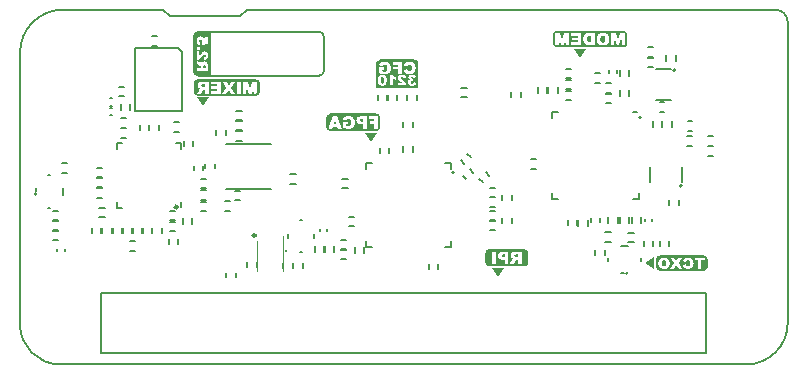
<source format=gbo>
G04*
G04 #@! TF.GenerationSoftware,Altium Limited,CircuitStudio,1.5.2 (30)*
G04*
G04 Layer_Color=39372*
%FSLAX25Y25*%
%MOIN*%
G70*
G01*
G75*
%ADD10C,0.00800*%
%ADD46C,0.00600*%
%ADD52C,0.00500*%
%ADD98C,0.00700*%
%ADD106C,0.00787*%
%ADD170C,0.00984*%
%ADD171C,0.00984*%
%ADD172C,0.00394*%
G36*
X1263276Y731081D02*
X1247076D01*
Y735481D01*
X1263276D01*
Y731081D01*
D02*
G37*
G36*
X1166876Y796170D02*
Y792381D01*
X1153876D01*
Y796170D01*
X1153776D01*
Y800481D01*
X1166876D01*
Y796170D01*
D02*
G37*
G36*
X1203576Y732481D02*
X1190276D01*
Y737381D01*
X1203576D01*
Y732481D01*
D02*
G37*
G36*
X1113976Y789381D02*
X1093176D01*
Y793881D01*
X1113976D01*
Y789381D01*
D02*
G37*
G36*
X1236576Y805581D02*
X1212776D01*
Y810381D01*
X1236576D01*
Y805581D01*
D02*
G37*
G36*
X1154176Y777781D02*
X1137176D01*
Y782581D01*
X1154176D01*
Y777781D01*
D02*
G37*
G36*
X1098176Y795981D02*
X1092776D01*
Y810081D01*
X1098176D01*
Y795981D01*
D02*
G37*
G36*
X1095476Y785481D02*
X1093476Y788481D01*
X1097476D01*
X1095476Y785481D01*
D02*
G37*
G36*
X1193976Y728681D02*
X1191976Y731681D01*
X1195976D01*
X1193976Y728681D01*
D02*
G37*
G36*
X1246076Y731181D02*
X1243076Y733181D01*
X1246076Y735181D01*
Y731181D01*
D02*
G37*
G36*
X1221376Y801481D02*
X1219376Y804481D01*
X1223376D01*
X1221376Y801481D01*
D02*
G37*
G36*
X1151776Y773581D02*
X1149776Y776581D01*
X1153776D01*
X1151776Y773581D01*
D02*
G37*
%LPC*%
G36*
X1255279Y735046D02*
X1254033D01*
X1253394Y733920D01*
X1252761Y735046D01*
X1251529D01*
X1252668Y733274D01*
X1251423Y731396D01*
X1252688D01*
X1253414Y732569D01*
X1254133Y731396D01*
X1255392D01*
X1254133Y733294D01*
X1255279Y735046D01*
D02*
G37*
G36*
X1217671Y809942D02*
X1216021D01*
X1215392Y807471D01*
X1214756Y809942D01*
X1213106D01*
Y805887D01*
X1214134D01*
Y808980D01*
X1214926Y805887D01*
X1215858D01*
X1216643Y808980D01*
Y805887D01*
X1217671D01*
Y809942D01*
D02*
G37*
G36*
X1236246D02*
X1234595D01*
X1233966Y807471D01*
X1233330Y809942D01*
X1231680D01*
Y805887D01*
X1232708D01*
Y808980D01*
X1233500Y805887D01*
X1234433D01*
X1235217Y808980D01*
Y805887D01*
X1236246D01*
Y809942D01*
D02*
G37*
G36*
X1226145D02*
X1224198D01*
X1224146Y809935D01*
X1224095D01*
X1223969Y809920D01*
X1223821Y809905D01*
X1223673Y809875D01*
X1223525Y809838D01*
X1223392Y809787D01*
X1223384D01*
X1223377Y809779D01*
X1223333Y809757D01*
X1223273Y809727D01*
X1223192Y809676D01*
X1223103Y809616D01*
X1223007Y809542D01*
X1222918Y809454D01*
X1222829Y809357D01*
X1222822Y809343D01*
X1222792Y809306D01*
X1222755Y809254D01*
X1222703Y809173D01*
X1222652Y809076D01*
X1222600Y808965D01*
X1222556Y808840D01*
X1222511Y808706D01*
Y808699D01*
X1222504Y808692D01*
Y808669D01*
X1222496Y808640D01*
X1222482Y808566D01*
X1222459Y808469D01*
X1222437Y808351D01*
X1222422Y808218D01*
X1222415Y808077D01*
X1222408Y807922D01*
Y807915D01*
Y807892D01*
Y807863D01*
Y807818D01*
X1222415Y807759D01*
Y807700D01*
X1222430Y807552D01*
X1222445Y807397D01*
X1222474Y807226D01*
X1222511Y807063D01*
X1222563Y806915D01*
Y806908D01*
X1222570Y806901D01*
X1222593Y806856D01*
X1222622Y806790D01*
X1222666Y806708D01*
X1222726Y806612D01*
X1222800Y806516D01*
X1222881Y806412D01*
X1222977Y806316D01*
X1222992Y806309D01*
X1223022Y806279D01*
X1223073Y806235D01*
X1223140Y806183D01*
X1223229Y806131D01*
X1223318Y806079D01*
X1223421Y806028D01*
X1223532Y805991D01*
X1223540D01*
X1223547Y805983D01*
X1223569D01*
X1223599Y805976D01*
X1223680Y805961D01*
X1223784Y805939D01*
X1223895Y805917D01*
X1224028Y805902D01*
X1224154Y805894D01*
X1224287Y805887D01*
X1226145D01*
Y809942D01*
D02*
G37*
G36*
X1228942Y810009D02*
X1228846D01*
X1228779Y810001D01*
X1228690Y809994D01*
X1228594Y809979D01*
X1228483Y809964D01*
X1228372Y809942D01*
X1228246Y809912D01*
X1228120Y809875D01*
X1227987Y809831D01*
X1227861Y809779D01*
X1227736Y809713D01*
X1227610Y809639D01*
X1227499Y809557D01*
X1227388Y809461D01*
X1227380Y809454D01*
X1227365Y809439D01*
X1227336Y809402D01*
X1227299Y809365D01*
X1227262Y809306D01*
X1227210Y809239D01*
X1227158Y809158D01*
X1227106Y809069D01*
X1227055Y808965D01*
X1227010Y808854D01*
X1226958Y808729D01*
X1226921Y808595D01*
X1226884Y808447D01*
X1226855Y808292D01*
X1226840Y808122D01*
X1226833Y807944D01*
Y807937D01*
Y807915D01*
Y807878D01*
Y807826D01*
X1226840Y807767D01*
X1226847Y807693D01*
X1226855Y807619D01*
X1226862Y807530D01*
X1226892Y807345D01*
X1226936Y807152D01*
X1226995Y806960D01*
X1227077Y806775D01*
Y806767D01*
X1227084Y806753D01*
X1227099Y806730D01*
X1227121Y806701D01*
X1227173Y806619D01*
X1227254Y806516D01*
X1227351Y806405D01*
X1227469Y806287D01*
X1227602Y806176D01*
X1227765Y806072D01*
X1227773D01*
X1227787Y806065D01*
X1227810Y806050D01*
X1227847Y806035D01*
X1227891Y806013D01*
X1227943Y805991D01*
X1228002Y805968D01*
X1228076Y805946D01*
X1228157Y805924D01*
X1228239Y805902D01*
X1228431Y805857D01*
X1228653Y805828D01*
X1228897Y805820D01*
X1229008D01*
X1229068Y805828D01*
X1229134Y805835D01*
X1229208D01*
X1229297Y805850D01*
X1229475Y805872D01*
X1229659Y805909D01*
X1229852Y805961D01*
X1230029Y806035D01*
X1230037D01*
X1230052Y806042D01*
X1230074Y806057D01*
X1230103Y806079D01*
X1230185Y806131D01*
X1230289Y806205D01*
X1230407Y806294D01*
X1230525Y806420D01*
X1230651Y806560D01*
X1230762Y806723D01*
Y806730D01*
X1230777Y806745D01*
X1230784Y806775D01*
X1230807Y806812D01*
X1230829Y806856D01*
X1230851Y806908D01*
X1230873Y806975D01*
X1230895Y807049D01*
X1230925Y807130D01*
X1230947Y807219D01*
X1230969Y807315D01*
X1230991Y807426D01*
X1231021Y807656D01*
X1231036Y807907D01*
Y807922D01*
Y807952D01*
X1231028Y808003D01*
Y808070D01*
X1231021Y808151D01*
X1231006Y808247D01*
X1230991Y808358D01*
X1230969Y808469D01*
X1230940Y808595D01*
X1230903Y808721D01*
X1230858Y808847D01*
X1230807Y808980D01*
X1230740Y809106D01*
X1230666Y809232D01*
X1230585Y809343D01*
X1230488Y809454D01*
X1230481Y809461D01*
X1230459Y809476D01*
X1230429Y809505D01*
X1230385Y809542D01*
X1230326Y809579D01*
X1230259Y809631D01*
X1230177Y809683D01*
X1230089Y809735D01*
X1229985Y809787D01*
X1229867Y809831D01*
X1229741Y809883D01*
X1229600Y809920D01*
X1229452Y809957D01*
X1229290Y809986D01*
X1229119Y810001D01*
X1228942Y810009D01*
D02*
G37*
G36*
X1221749Y809942D02*
X1218389D01*
Y809076D01*
X1220491D01*
Y808432D01*
X1218545D01*
Y807604D01*
X1220491D01*
Y806804D01*
X1218330D01*
Y805887D01*
X1221749D01*
Y809942D01*
D02*
G37*
G36*
X1257283Y735106D02*
X1257217D01*
X1257170Y735099D01*
X1257110D01*
X1257044Y735093D01*
X1256971Y735086D01*
X1256890Y735073D01*
X1256711Y735039D01*
X1256531Y734986D01*
X1256358Y734919D01*
X1256278Y734873D01*
X1256198Y734826D01*
X1256191D01*
X1256178Y734813D01*
X1256158Y734800D01*
X1256131Y734773D01*
X1256098Y734746D01*
X1256058Y734706D01*
X1256018Y734666D01*
X1255972Y734613D01*
X1255925Y734560D01*
X1255878Y734493D01*
X1255825Y734427D01*
X1255778Y734347D01*
X1255732Y734260D01*
X1255685Y734173D01*
X1255645Y734074D01*
X1255605Y733967D01*
X1256604Y733747D01*
Y733754D01*
X1256611Y733774D01*
X1256624Y733807D01*
X1256637Y733841D01*
X1256677Y733920D01*
X1256697Y733954D01*
X1256717Y733987D01*
X1256724Y733994D01*
X1256731Y734007D01*
X1256757Y734034D01*
X1256784Y734060D01*
X1256857Y734127D01*
X1256950Y734187D01*
X1256957Y734194D01*
X1256971Y734200D01*
X1257004Y734213D01*
X1257037Y734227D01*
X1257084Y734240D01*
X1257137Y734247D01*
X1257197Y734260D01*
X1257297D01*
X1257317Y734253D01*
X1257390Y734247D01*
X1257477Y734220D01*
X1257570Y734187D01*
X1257670Y734127D01*
X1257763Y734054D01*
X1257803Y734000D01*
X1257843Y733947D01*
X1257850Y733934D01*
X1257870Y733907D01*
X1257889Y733847D01*
X1257916Y733774D01*
X1257950Y733674D01*
X1257969Y733554D01*
X1257989Y733408D01*
X1257996Y733235D01*
Y733228D01*
Y733208D01*
Y733175D01*
Y733135D01*
X1257989Y733088D01*
Y733028D01*
X1257976Y732901D01*
X1257950Y732768D01*
X1257923Y732628D01*
X1257876Y732502D01*
X1257850Y732449D01*
X1257816Y732402D01*
X1257810Y732395D01*
X1257783Y732369D01*
X1257736Y732335D01*
X1257683Y732295D01*
X1257610Y732249D01*
X1257517Y732215D01*
X1257417Y732189D01*
X1257297Y732182D01*
X1257244D01*
X1257184Y732189D01*
X1257110Y732202D01*
X1257030Y732229D01*
X1256950Y732256D01*
X1256871Y732302D01*
X1256804Y732362D01*
X1256797Y732369D01*
X1256777Y732395D01*
X1256744Y732435D01*
X1256711Y732495D01*
X1256671Y732569D01*
X1256631Y732662D01*
X1256591Y732768D01*
X1256557Y732895D01*
X1255572Y732588D01*
Y732582D01*
X1255579Y732569D01*
X1255585Y732549D01*
X1255592Y732522D01*
X1255612Y732442D01*
X1255652Y732349D01*
X1255692Y732235D01*
X1255752Y732122D01*
X1255812Y732009D01*
X1255892Y731896D01*
X1255898Y731882D01*
X1255931Y731849D01*
X1255978Y731803D01*
X1256038Y731736D01*
X1256118Y731669D01*
X1256205Y731603D01*
X1256311Y731536D01*
X1256424Y731476D01*
X1256431D01*
X1256438Y731470D01*
X1256458Y731463D01*
X1256478Y731456D01*
X1256551Y731430D01*
X1256644Y731410D01*
X1256757Y731383D01*
X1256897Y731356D01*
X1257057Y731343D01*
X1257230Y731336D01*
X1257330D01*
X1257383Y731343D01*
X1257437D01*
X1257503Y731350D01*
X1257576Y731356D01*
X1257730Y731376D01*
X1257896Y731410D01*
X1258056Y731450D01*
X1258209Y731503D01*
X1258216D01*
X1258222Y731509D01*
X1258243Y731523D01*
X1258269Y731536D01*
X1258342Y731583D01*
X1258429Y731643D01*
X1258529Y731729D01*
X1258642Y731829D01*
X1258749Y731956D01*
X1258855Y732109D01*
Y732116D01*
X1258869Y732129D01*
X1258882Y732156D01*
X1258895Y732189D01*
X1258915Y732229D01*
X1258942Y732282D01*
X1258969Y732342D01*
X1258988Y732415D01*
X1259015Y732489D01*
X1259042Y732575D01*
X1259062Y732668D01*
X1259088Y732768D01*
X1259102Y732875D01*
X1259115Y732988D01*
X1259128Y733228D01*
Y733241D01*
Y733268D01*
X1259122Y733314D01*
Y733374D01*
X1259115Y733454D01*
X1259102Y733541D01*
X1259088Y733634D01*
X1259068Y733741D01*
X1259042Y733854D01*
X1259008Y733967D01*
X1258975Y734080D01*
X1258928Y734200D01*
X1258869Y734313D01*
X1258809Y734420D01*
X1258735Y734526D01*
X1258649Y734620D01*
X1258642Y734626D01*
X1258629Y734640D01*
X1258595Y734666D01*
X1258562Y734693D01*
X1258509Y734733D01*
X1258449Y734773D01*
X1258382Y734820D01*
X1258296Y734866D01*
X1258209Y734906D01*
X1258103Y734953D01*
X1257989Y734993D01*
X1257870Y735033D01*
X1257736Y735059D01*
X1257596Y735086D01*
X1257443Y735099D01*
X1257283Y735106D01*
D02*
G37*
G36*
X1094633Y805400D02*
X1093642D01*
Y804343D01*
X1094633D01*
Y805400D01*
D02*
G37*
G36*
X1094892Y808815D02*
X1094834D01*
X1094769Y808808D01*
X1094678Y808795D01*
X1094581Y808769D01*
X1094471Y808743D01*
X1094348Y808698D01*
X1094231Y808640D01*
X1094225D01*
X1094219Y808633D01*
X1094180Y808607D01*
X1094121Y808568D01*
X1094050Y808516D01*
X1093972Y808445D01*
X1093894Y808361D01*
X1093817Y808264D01*
X1093745Y808154D01*
Y808147D01*
X1093739Y808141D01*
X1093732Y808121D01*
X1093719Y808095D01*
X1093707Y808069D01*
X1093694Y808030D01*
X1093668Y807940D01*
X1093635Y807823D01*
X1093609Y807681D01*
X1093590Y807525D01*
X1093583Y807350D01*
Y807343D01*
Y807337D01*
Y807318D01*
Y807292D01*
X1093590Y807227D01*
Y807143D01*
X1093596Y807052D01*
X1093609Y806948D01*
X1093629Y806845D01*
X1093648Y806747D01*
X1093655Y806734D01*
X1093661Y806709D01*
X1093674Y806663D01*
X1093700Y806605D01*
X1093726Y806534D01*
X1093758Y806462D01*
X1093843Y806320D01*
X1093849Y806313D01*
X1093869Y806294D01*
X1093894Y806261D01*
X1093933Y806216D01*
X1093972Y806171D01*
X1094024Y806125D01*
X1094141Y806035D01*
X1094147Y806028D01*
X1094173Y806015D01*
X1094205Y805996D01*
X1094257Y805976D01*
X1094316Y805944D01*
X1094387Y805918D01*
X1094471Y805886D01*
X1094562Y805860D01*
X1094672Y806857D01*
X1094659D01*
X1094633Y806864D01*
X1094588Y806877D01*
X1094536Y806890D01*
X1094478Y806909D01*
X1094419Y806942D01*
X1094361Y806974D01*
X1094309Y807020D01*
X1094303Y807026D01*
X1094290Y807045D01*
X1094270Y807071D01*
X1094251Y807110D01*
X1094225Y807156D01*
X1094205Y807214D01*
X1094193Y807279D01*
X1094186Y807343D01*
Y807350D01*
Y807376D01*
X1094193Y807415D01*
X1094205Y807467D01*
X1094225Y807518D01*
X1094251Y807577D01*
X1094290Y807635D01*
X1094342Y807687D01*
X1094348Y807693D01*
X1094374Y807706D01*
X1094406Y807732D01*
X1094458Y807758D01*
X1094523Y807778D01*
X1094601Y807804D01*
X1094691Y807817D01*
X1094802Y807823D01*
X1094853D01*
X1094912Y807817D01*
X1094977Y807804D01*
X1095054Y807791D01*
X1095132Y807765D01*
X1095203Y807732D01*
X1095268Y807687D01*
X1095275Y807681D01*
X1095294Y807661D01*
X1095314Y807635D01*
X1095346Y807590D01*
X1095372Y807538D01*
X1095391Y807480D01*
X1095411Y807402D01*
X1095417Y807324D01*
Y807318D01*
Y807298D01*
X1095411Y807272D01*
Y807233D01*
X1095385Y807149D01*
X1095372Y807097D01*
X1095346Y807045D01*
Y807039D01*
X1095333Y807026D01*
X1095320Y807007D01*
X1095301Y806981D01*
X1095275Y806948D01*
X1095242Y806909D01*
X1095203Y806870D01*
X1095158Y806825D01*
X1095281Y805989D01*
X1097193Y806300D01*
Y808646D01*
X1096402D01*
Y807052D01*
X1095871Y806968D01*
X1095877Y806974D01*
X1095884Y806994D01*
X1095897Y807032D01*
X1095916Y807071D01*
X1095936Y807123D01*
X1095955Y807181D01*
X1095988Y807298D01*
Y807305D01*
X1095994Y807324D01*
X1096000Y807356D01*
X1096007Y807402D01*
X1096013Y807447D01*
X1096020Y807499D01*
X1096026Y807616D01*
Y807622D01*
Y807642D01*
Y807668D01*
X1096020Y807706D01*
Y807752D01*
X1096007Y807804D01*
X1095988Y807920D01*
X1095949Y808063D01*
X1095890Y808205D01*
X1095851Y808277D01*
X1095813Y808348D01*
X1095761Y808413D01*
X1095702Y808477D01*
X1095696Y808484D01*
X1095689Y808490D01*
X1095670Y808510D01*
X1095644Y808529D01*
X1095612Y808555D01*
X1095573Y808581D01*
X1095482Y808646D01*
X1095365Y808711D01*
X1095223Y808763D01*
X1095067Y808801D01*
X1094983Y808808D01*
X1094892Y808815D01*
D02*
G37*
G36*
X1093642Y800747D02*
Y799503D01*
X1094724Y798913D01*
X1094730Y798907D01*
X1094756Y798894D01*
X1094795Y798874D01*
X1094834Y798848D01*
X1094925Y798783D01*
X1094964Y798745D01*
X1094996Y798712D01*
X1095002Y798706D01*
X1095009Y798693D01*
X1095022Y798667D01*
X1095041Y798634D01*
X1095054Y798596D01*
X1095067Y798550D01*
X1095074Y798498D01*
X1095080Y798440D01*
Y798349D01*
X1093642D01*
Y797248D01*
X1097193D01*
Y799075D01*
Y799082D01*
Y799101D01*
Y799127D01*
Y799159D01*
Y799205D01*
X1097186Y799250D01*
X1097180Y799367D01*
X1097173Y799490D01*
X1097154Y799619D01*
X1097134Y799743D01*
X1097102Y799853D01*
X1097096Y799866D01*
X1097083Y799898D01*
X1097063Y799950D01*
X1097031Y800008D01*
X1096985Y800079D01*
X1096927Y800151D01*
X1096862Y800222D01*
X1096778Y800287D01*
X1096765Y800293D01*
X1096739Y800313D01*
X1096687Y800339D01*
X1096616Y800371D01*
X1096532Y800403D01*
X1096435Y800429D01*
X1096325Y800449D01*
X1096201Y800455D01*
X1096150D01*
X1096098Y800449D01*
X1096026Y800442D01*
X1095949Y800423D01*
X1095864Y800403D01*
X1095774Y800371D01*
X1095689Y800326D01*
X1095683Y800319D01*
X1095657Y800306D01*
X1095618Y800274D01*
X1095566Y800235D01*
X1095514Y800183D01*
X1095456Y800125D01*
X1095398Y800054D01*
X1095346Y799976D01*
X1095339Y799969D01*
X1095333Y799950D01*
X1095314Y799918D01*
X1095294Y799879D01*
X1095275Y799820D01*
X1095249Y799755D01*
X1095229Y799678D01*
X1095203Y799593D01*
Y799600D01*
X1095191Y799626D01*
X1095177Y799658D01*
X1095165Y799704D01*
X1095119Y799794D01*
X1095100Y799840D01*
X1095074Y799879D01*
X1095067Y799892D01*
X1095054Y799904D01*
X1095035Y799924D01*
X1095009Y799950D01*
X1094977Y799976D01*
X1094938Y800015D01*
X1094886Y800054D01*
X1094879Y800060D01*
X1094860Y800073D01*
X1094834Y800092D01*
X1094808Y800118D01*
X1094730Y800170D01*
X1094698Y800190D01*
X1094666Y800209D01*
X1093642Y800747D01*
D02*
G37*
G36*
X1094445Y803831D02*
X1093642D01*
Y800863D01*
X1093661D01*
X1093687Y800870D01*
X1093713Y800877D01*
X1093752Y800883D01*
X1093797Y800889D01*
X1093907Y800922D01*
X1094031Y800961D01*
X1094167Y801013D01*
X1094316Y801084D01*
X1094458Y801168D01*
X1094465Y801175D01*
X1094478Y801181D01*
X1094497Y801194D01*
X1094530Y801220D01*
X1094562Y801252D01*
X1094607Y801285D01*
X1094659Y801337D01*
X1094717Y801388D01*
X1094782Y801447D01*
X1094853Y801518D01*
X1094925Y801596D01*
X1095009Y801686D01*
X1095093Y801784D01*
X1095184Y801894D01*
X1095275Y802011D01*
X1095372Y802140D01*
X1095378Y802147D01*
X1095385Y802160D01*
X1095404Y802179D01*
X1095424Y802211D01*
X1095482Y802283D01*
X1095553Y802373D01*
X1095638Y802464D01*
X1095715Y802561D01*
X1095793Y802639D01*
X1095832Y802672D01*
X1095864Y802697D01*
X1095871Y802704D01*
X1095890Y802717D01*
X1095923Y802736D01*
X1095968Y802762D01*
X1096013Y802782D01*
X1096072Y802801D01*
X1096124Y802814D01*
X1096182Y802820D01*
X1096208D01*
X1096240Y802814D01*
X1096279Y802808D01*
X1096325Y802788D01*
X1096370Y802769D01*
X1096415Y802736D01*
X1096461Y802697D01*
X1096467Y802691D01*
X1096480Y802678D01*
X1096499Y802652D01*
X1096519Y802613D01*
X1096538Y802568D01*
X1096558Y802516D01*
X1096571Y802458D01*
X1096577Y802393D01*
Y802386D01*
Y802360D01*
X1096571Y802328D01*
X1096564Y802283D01*
X1096545Y802237D01*
X1096525Y802186D01*
X1096493Y802134D01*
X1096454Y802082D01*
X1096448Y802075D01*
X1096435Y802062D01*
X1096402Y802043D01*
X1096357Y802017D01*
X1096299Y801991D01*
X1096227Y801965D01*
X1096143Y801946D01*
X1096039Y801926D01*
X1096117Y800935D01*
X1096136D01*
X1096156Y800941D01*
X1096188Y800948D01*
X1096260Y800961D01*
X1096357Y800980D01*
X1096461Y801013D01*
X1096564Y801045D01*
X1096668Y801090D01*
X1096765Y801142D01*
X1096778Y801149D01*
X1096804Y801168D01*
X1096843Y801207D01*
X1096895Y801259D01*
X1096953Y801317D01*
X1097011Y801395D01*
X1097070Y801479D01*
X1097122Y801583D01*
Y801589D01*
X1097128Y801596D01*
X1097141Y801635D01*
X1097160Y801699D01*
X1097186Y801790D01*
X1097212Y801900D01*
X1097232Y802036D01*
X1097245Y802192D01*
X1097251Y802367D01*
Y802373D01*
Y802393D01*
Y802419D01*
Y802451D01*
X1097245Y802497D01*
Y802548D01*
X1097238Y802665D01*
X1097219Y802795D01*
X1097199Y802931D01*
X1097167Y803060D01*
X1097128Y803177D01*
Y803183D01*
X1097122Y803190D01*
X1097108Y803222D01*
X1097076Y803281D01*
X1097037Y803345D01*
X1096985Y803417D01*
X1096927Y803494D01*
X1096849Y803572D01*
X1096765Y803637D01*
X1096752Y803644D01*
X1096720Y803663D01*
X1096674Y803689D01*
X1096603Y803721D01*
X1096525Y803754D01*
X1096428Y803780D01*
X1096325Y803799D01*
X1096214Y803806D01*
X1096163D01*
X1096098Y803792D01*
X1096013Y803780D01*
X1095923Y803760D01*
X1095813Y803721D01*
X1095702Y803676D01*
X1095592Y803611D01*
X1095579Y803605D01*
X1095540Y803572D01*
X1095482Y803527D01*
X1095404Y803456D01*
X1095307Y803358D01*
X1095255Y803300D01*
X1095197Y803242D01*
X1095139Y803170D01*
X1095074Y803093D01*
X1095009Y803008D01*
X1094944Y802918D01*
X1094938Y802905D01*
X1094912Y802872D01*
X1094873Y802820D01*
X1094828Y802756D01*
X1094782Y802691D01*
X1094737Y802620D01*
X1094691Y802561D01*
X1094653Y802516D01*
X1094646Y802509D01*
X1094640Y802497D01*
X1094620Y802477D01*
X1094601Y802451D01*
X1094530Y802380D01*
X1094445Y802283D01*
Y803831D01*
D02*
G37*
G36*
X1193285Y736959D02*
X1192027D01*
Y732903D01*
X1193285D01*
Y736959D01*
D02*
G37*
G36*
X1249312Y735106D02*
X1249225D01*
X1249165Y735099D01*
X1249085Y735093D01*
X1248998Y735079D01*
X1248899Y735066D01*
X1248799Y735046D01*
X1248685Y735019D01*
X1248572Y734986D01*
X1248452Y734946D01*
X1248339Y734900D01*
X1248226Y734839D01*
X1248113Y734773D01*
X1248013Y734700D01*
X1247913Y734613D01*
X1247906Y734606D01*
X1247893Y734593D01*
X1247866Y734560D01*
X1247833Y734526D01*
X1247800Y734473D01*
X1247753Y734413D01*
X1247706Y734340D01*
X1247660Y734260D01*
X1247613Y734167D01*
X1247573Y734067D01*
X1247527Y733954D01*
X1247493Y733834D01*
X1247460Y733701D01*
X1247433Y733561D01*
X1247420Y733408D01*
X1247413Y733248D01*
Y733241D01*
Y733221D01*
Y733188D01*
Y733141D01*
X1247420Y733088D01*
X1247427Y733021D01*
X1247433Y732955D01*
X1247440Y732875D01*
X1247467Y732708D01*
X1247507Y732535D01*
X1247560Y732362D01*
X1247633Y732196D01*
Y732189D01*
X1247640Y732175D01*
X1247653Y732156D01*
X1247673Y732129D01*
X1247720Y732056D01*
X1247793Y731962D01*
X1247880Y731862D01*
X1247986Y731756D01*
X1248106Y731656D01*
X1248252Y731563D01*
X1248259D01*
X1248273Y731556D01*
X1248293Y731543D01*
X1248326Y731530D01*
X1248366Y731509D01*
X1248412Y731490D01*
X1248466Y731470D01*
X1248532Y731450D01*
X1248606Y731430D01*
X1248679Y731410D01*
X1248852Y731370D01*
X1249052Y731343D01*
X1249271Y731336D01*
X1249371D01*
X1249425Y731343D01*
X1249485Y731350D01*
X1249551D01*
X1249631Y731363D01*
X1249791Y731383D01*
X1249957Y731416D01*
X1250131Y731463D01*
X1250290Y731530D01*
X1250297D01*
X1250311Y731536D01*
X1250330Y731550D01*
X1250357Y731569D01*
X1250430Y731616D01*
X1250524Y731683D01*
X1250630Y731763D01*
X1250737Y731876D01*
X1250850Y732002D01*
X1250950Y732149D01*
Y732156D01*
X1250963Y732169D01*
X1250970Y732196D01*
X1250990Y732229D01*
X1251010Y732269D01*
X1251030Y732315D01*
X1251050Y732375D01*
X1251070Y732442D01*
X1251096Y732515D01*
X1251116Y732595D01*
X1251136Y732682D01*
X1251156Y732782D01*
X1251183Y732988D01*
X1251196Y733215D01*
Y733228D01*
Y733254D01*
X1251190Y733301D01*
Y733361D01*
X1251183Y733434D01*
X1251170Y733521D01*
X1251156Y733621D01*
X1251136Y733721D01*
X1251110Y733834D01*
X1251076Y733947D01*
X1251036Y734060D01*
X1250990Y734180D01*
X1250930Y734293D01*
X1250863Y734407D01*
X1250790Y734507D01*
X1250703Y734606D01*
X1250697Y734613D01*
X1250677Y734626D01*
X1250650Y734653D01*
X1250610Y734686D01*
X1250557Y734720D01*
X1250497Y734766D01*
X1250424Y734813D01*
X1250344Y734860D01*
X1250251Y734906D01*
X1250144Y734946D01*
X1250031Y734993D01*
X1249904Y735026D01*
X1249771Y735059D01*
X1249625Y735086D01*
X1249471Y735099D01*
X1249312Y735106D01*
D02*
G37*
G36*
X1262938Y735046D02*
X1259508D01*
Y734147D01*
X1260660D01*
Y731396D01*
X1261786D01*
Y734147D01*
X1262938D01*
Y735046D01*
D02*
G37*
G36*
X1197436Y736959D02*
X1195290D01*
X1195246Y736951D01*
X1195187D01*
X1195120Y736944D01*
X1194972Y736922D01*
X1194809Y736877D01*
X1194639Y736818D01*
X1194476Y736744D01*
X1194402Y736692D01*
X1194336Y736633D01*
X1194328D01*
X1194321Y736618D01*
X1194306Y736596D01*
X1194284Y736574D01*
X1194225Y736500D01*
X1194165Y736396D01*
X1194106Y736263D01*
X1194047Y736108D01*
X1194010Y735923D01*
X1193995Y735826D01*
Y735715D01*
Y735708D01*
Y735686D01*
Y735656D01*
X1194003Y735612D01*
Y735560D01*
X1194017Y735501D01*
X1194040Y735368D01*
X1194084Y735212D01*
X1194151Y735049D01*
X1194195Y734968D01*
X1194239Y734894D01*
X1194299Y734820D01*
X1194365Y734754D01*
X1194373D01*
X1194380Y734739D01*
X1194402Y734724D01*
X1194432Y734702D01*
X1194476Y734672D01*
X1194521Y734643D01*
X1194580Y734613D01*
X1194646Y734583D01*
X1194720Y734554D01*
X1194802Y734524D01*
X1194898Y734494D01*
X1195002Y734465D01*
X1195113Y734443D01*
X1195231Y734428D01*
X1195357Y734420D01*
X1195497Y734413D01*
X1196178D01*
Y732903D01*
X1197436D01*
Y736959D01*
D02*
G37*
G36*
X1201824D02*
X1199590D01*
X1199538Y736951D01*
X1199405Y736944D01*
X1199264Y736937D01*
X1199116Y736914D01*
X1198975Y736892D01*
X1198850Y736855D01*
X1198835Y736848D01*
X1198798Y736833D01*
X1198739Y736811D01*
X1198672Y736774D01*
X1198591Y736722D01*
X1198509Y736655D01*
X1198428Y736581D01*
X1198354Y736485D01*
X1198346Y736470D01*
X1198324Y736441D01*
X1198295Y736381D01*
X1198258Y736300D01*
X1198221Y736204D01*
X1198191Y736093D01*
X1198169Y735967D01*
X1198161Y735826D01*
Y735812D01*
Y735767D01*
X1198169Y735708D01*
X1198176Y735627D01*
X1198198Y735538D01*
X1198221Y735442D01*
X1198258Y735338D01*
X1198309Y735242D01*
X1198317Y735234D01*
X1198332Y735205D01*
X1198369Y735160D01*
X1198413Y735101D01*
X1198472Y735042D01*
X1198539Y734975D01*
X1198620Y734909D01*
X1198709Y734850D01*
X1198716Y734842D01*
X1198739Y734835D01*
X1198776Y734813D01*
X1198820Y734791D01*
X1198887Y734768D01*
X1198961Y734739D01*
X1199049Y734717D01*
X1199146Y734687D01*
X1199138D01*
X1199109Y734672D01*
X1199072Y734657D01*
X1199020Y734643D01*
X1198916Y734591D01*
X1198864Y734569D01*
X1198820Y734539D01*
X1198805Y734531D01*
X1198790Y734517D01*
X1198768Y734494D01*
X1198739Y734465D01*
X1198709Y734428D01*
X1198665Y734383D01*
X1198620Y734324D01*
X1198613Y734317D01*
X1198598Y734295D01*
X1198576Y734265D01*
X1198546Y734235D01*
X1198487Y734147D01*
X1198465Y734110D01*
X1198443Y734073D01*
X1197828Y732903D01*
X1199249D01*
X1199923Y734139D01*
X1199930Y734147D01*
X1199945Y734176D01*
X1199967Y734221D01*
X1199997Y734265D01*
X1200071Y734369D01*
X1200115Y734413D01*
X1200152Y734450D01*
X1200159Y734457D01*
X1200174Y734465D01*
X1200204Y734480D01*
X1200241Y734502D01*
X1200285Y734517D01*
X1200337Y734531D01*
X1200396Y734539D01*
X1200463Y734546D01*
X1200566D01*
Y732903D01*
X1201824D01*
Y736959D01*
D02*
G37*
G36*
X1155373Y796057D02*
X1155315D01*
X1155250Y796050D01*
X1155166Y796044D01*
X1155075Y796037D01*
X1154978Y796018D01*
X1154881Y795998D01*
X1154790Y795966D01*
X1154777Y795959D01*
X1154751Y795953D01*
X1154706Y795927D01*
X1154654Y795901D01*
X1154595Y795869D01*
X1154531Y795830D01*
X1154472Y795785D01*
X1154414Y795733D01*
X1154408Y795726D01*
X1154388Y795707D01*
X1154362Y795681D01*
X1154330Y795642D01*
X1154291Y795603D01*
X1154252Y795551D01*
X1154181Y795435D01*
X1154174Y795428D01*
X1154168Y795409D01*
X1154148Y795376D01*
X1154129Y795331D01*
X1154109Y795279D01*
X1154090Y795214D01*
X1154064Y795149D01*
X1154045Y795072D01*
Y795065D01*
X1154038Y795052D01*
X1154032Y795033D01*
X1154025Y795000D01*
X1154019Y794968D01*
X1154012Y794923D01*
X1153993Y794819D01*
X1153973Y794696D01*
X1153954Y794560D01*
X1153947Y794404D01*
X1153941Y794249D01*
Y794236D01*
Y794203D01*
Y794158D01*
X1153947Y794093D01*
X1153954Y794009D01*
X1153960Y793918D01*
X1153967Y793821D01*
X1153980Y793711D01*
X1154019Y793478D01*
X1154077Y793244D01*
X1154116Y793134D01*
X1154161Y793024D01*
X1154213Y792927D01*
X1154271Y792836D01*
X1154278Y792830D01*
X1154284Y792817D01*
X1154304Y792797D01*
X1154336Y792765D01*
X1154375Y792732D01*
X1154420Y792694D01*
X1154472Y792655D01*
X1154537Y792616D01*
X1154608Y792570D01*
X1154693Y792531D01*
X1154783Y792493D01*
X1154887Y792460D01*
X1154997Y792428D01*
X1155120Y792408D01*
X1155256Y792395D01*
X1155399Y792389D01*
X1155477D01*
X1155516Y792395D01*
X1155554D01*
X1155658Y792408D01*
X1155775Y792421D01*
X1155898Y792447D01*
X1156021Y792486D01*
X1156131Y792531D01*
X1156144Y792538D01*
X1156176Y792557D01*
X1156228Y792590D01*
X1156287Y792635D01*
X1156365Y792694D01*
X1156436Y792765D01*
X1156514Y792849D01*
X1156585Y792946D01*
X1156591Y792953D01*
X1156604Y792985D01*
X1156630Y793024D01*
X1156656Y793089D01*
X1156688Y793160D01*
X1156721Y793251D01*
X1156753Y793361D01*
X1156779Y793478D01*
Y793484D01*
Y793491D01*
X1156786Y793510D01*
X1156792Y793536D01*
X1156799Y793607D01*
X1156812Y793704D01*
X1156825Y793815D01*
X1156837Y793944D01*
X1156844Y794087D01*
X1156851Y794236D01*
Y794249D01*
Y794281D01*
Y794333D01*
X1156844Y794398D01*
X1156837Y794482D01*
X1156831Y794579D01*
X1156818Y794683D01*
X1156805Y794793D01*
X1156760Y795026D01*
X1156695Y795260D01*
X1156656Y795370D01*
X1156604Y795473D01*
X1156552Y795564D01*
X1156488Y795648D01*
X1156481Y795655D01*
X1156468Y795668D01*
X1156449Y795687D01*
X1156416Y795713D01*
X1156377Y795746D01*
X1156332Y795778D01*
X1156274Y795817D01*
X1156209Y795856D01*
X1156138Y795888D01*
X1156053Y795927D01*
X1155963Y795959D01*
X1155865Y795992D01*
X1155755Y796018D01*
X1155639Y796037D01*
X1155509Y796050D01*
X1155373Y796057D01*
D02*
G37*
G36*
X1158736D02*
X1157920D01*
Y792447D01*
X1158918D01*
Y794806D01*
X1158931Y794800D01*
X1158957Y794774D01*
X1159008Y794741D01*
X1159067Y794696D01*
X1159138Y794651D01*
X1159222Y794599D01*
X1159306Y794547D01*
X1159391Y794501D01*
X1159404Y794495D01*
X1159429Y794482D01*
X1159481Y794462D01*
X1159546Y794437D01*
X1159630Y794404D01*
X1159721Y794365D01*
X1159831Y794333D01*
X1159954Y794294D01*
Y795098D01*
X1159948D01*
X1159935Y795104D01*
X1159909Y795117D01*
X1159870Y795123D01*
X1159831Y795143D01*
X1159779Y795162D01*
X1159669Y795208D01*
X1159546Y795266D01*
X1159416Y795331D01*
X1159287Y795402D01*
X1159177Y795486D01*
X1159170D01*
X1159164Y795499D01*
X1159131Y795525D01*
X1159080Y795577D01*
X1159015Y795648D01*
X1158943Y795726D01*
X1158872Y795823D01*
X1158801Y795933D01*
X1158736Y796057D01*
D02*
G37*
G36*
X1153975Y782142D02*
X1150874D01*
Y781269D01*
X1152717D01*
Y780566D01*
X1151140D01*
Y779744D01*
X1152717D01*
Y778087D01*
X1153975D01*
Y782142D01*
D02*
G37*
G36*
X1144073Y782209D02*
X1143903D01*
X1143844Y782201D01*
X1143696Y782194D01*
X1143533Y782179D01*
X1143363Y782157D01*
X1143208Y782127D01*
X1143134Y782105D01*
X1143067Y782083D01*
X1143060D01*
X1143052Y782076D01*
X1143008Y782061D01*
X1142949Y782031D01*
X1142875Y781994D01*
X1142786Y781942D01*
X1142690Y781876D01*
X1142601Y781794D01*
X1142512Y781706D01*
X1142505Y781691D01*
X1142475Y781661D01*
X1142438Y781602D01*
X1142386Y781528D01*
X1142334Y781439D01*
X1142275Y781328D01*
X1142223Y781202D01*
X1142179Y781062D01*
X1143385Y780847D01*
Y780855D01*
X1143400Y780884D01*
X1143422Y780929D01*
X1143445Y780980D01*
X1143482Y781032D01*
X1143526Y781091D01*
X1143585Y781143D01*
X1143644Y781195D01*
X1143652Y781202D01*
X1143674Y781217D01*
X1143718Y781232D01*
X1143770Y781261D01*
X1143837Y781284D01*
X1143911Y781298D01*
X1143999Y781313D01*
X1144103Y781321D01*
X1144140D01*
X1144170Y781313D01*
X1144244Y781306D01*
X1144340Y781284D01*
X1144444Y781254D01*
X1144555Y781202D01*
X1144666Y781128D01*
X1144762Y781032D01*
X1144769Y781017D01*
X1144799Y780980D01*
X1144836Y780906D01*
X1144880Y780810D01*
X1144932Y780684D01*
X1144947Y780610D01*
X1144969Y780529D01*
X1144984Y780440D01*
X1144998Y780344D01*
X1145006Y780240D01*
Y780129D01*
Y780122D01*
Y780100D01*
Y780070D01*
X1144998Y780026D01*
Y779966D01*
X1144991Y779907D01*
X1144976Y779767D01*
X1144947Y779611D01*
X1144902Y779456D01*
X1144843Y779308D01*
X1144806Y779249D01*
X1144762Y779189D01*
X1144747Y779175D01*
X1144717Y779145D01*
X1144658Y779101D01*
X1144577Y779049D01*
X1144481Y778997D01*
X1144362Y778953D01*
X1144221Y778923D01*
X1144066Y778908D01*
X1143992D01*
X1143940Y778916D01*
X1143874Y778923D01*
X1143807Y778931D01*
X1143666Y778968D01*
X1143659D01*
X1143629Y778982D01*
X1143592Y778997D01*
X1143541Y779019D01*
X1143474Y779041D01*
X1143400Y779078D01*
X1143311Y779123D01*
X1143223Y779175D01*
Y779560D01*
X1144066D01*
Y780403D01*
X1142127D01*
Y778672D01*
X1142135Y778664D01*
X1142150Y778657D01*
X1142179Y778635D01*
X1142223Y778612D01*
X1142268Y778583D01*
X1142327Y778546D01*
X1142460Y778464D01*
X1142616Y778383D01*
X1142786Y778294D01*
X1142956Y778213D01*
X1143119Y778154D01*
X1143126D01*
X1143141Y778146D01*
X1143163Y778139D01*
X1143193Y778131D01*
X1143237Y778124D01*
X1143282Y778109D01*
X1143341Y778102D01*
X1143400Y778087D01*
X1143548Y778065D01*
X1143726Y778043D01*
X1143918Y778028D01*
X1144133Y778020D01*
X1144199D01*
X1144251Y778028D01*
X1144318D01*
X1144384Y778035D01*
X1144466Y778043D01*
X1144555Y778050D01*
X1144740Y778080D01*
X1144939Y778124D01*
X1145132Y778183D01*
X1145317Y778265D01*
X1145324D01*
X1145339Y778279D01*
X1145361Y778294D01*
X1145391Y778309D01*
X1145472Y778368D01*
X1145576Y778449D01*
X1145687Y778546D01*
X1145805Y778672D01*
X1145916Y778820D01*
X1146020Y778990D01*
Y778997D01*
X1146027Y779012D01*
X1146042Y779041D01*
X1146057Y779078D01*
X1146079Y779123D01*
X1146094Y779175D01*
X1146116Y779241D01*
X1146138Y779315D01*
X1146168Y779389D01*
X1146190Y779478D01*
X1146227Y779670D01*
X1146257Y779885D01*
X1146264Y780115D01*
Y780122D01*
Y780144D01*
Y780181D01*
X1146257Y780226D01*
Y780285D01*
X1146249Y780351D01*
X1146242Y780425D01*
X1146227Y780507D01*
X1146197Y780684D01*
X1146146Y780877D01*
X1146079Y781069D01*
X1145990Y781261D01*
Y781269D01*
X1145975Y781284D01*
X1145961Y781306D01*
X1145938Y781343D01*
X1145879Y781432D01*
X1145790Y781543D01*
X1145672Y781661D01*
X1145539Y781787D01*
X1145376Y781905D01*
X1145191Y782009D01*
X1145183D01*
X1145169Y782016D01*
X1145146Y782031D01*
X1145117Y782038D01*
X1145072Y782053D01*
X1145021Y782076D01*
X1144961Y782090D01*
X1144895Y782113D01*
X1144821Y782127D01*
X1144732Y782142D01*
X1144643Y782164D01*
X1144547Y782179D01*
X1144436Y782194D01*
X1144325Y782201D01*
X1144073Y782209D01*
D02*
G37*
G36*
X1162041Y796057D02*
X1161957D01*
X1161911Y796050D01*
X1161860D01*
X1161743Y796044D01*
X1161613Y796024D01*
X1161477Y796005D01*
X1161348Y795972D01*
X1161231Y795933D01*
X1161224D01*
X1161218Y795927D01*
X1161186Y795914D01*
X1161127Y795882D01*
X1161063Y795843D01*
X1160991Y795791D01*
X1160913Y795733D01*
X1160836Y795655D01*
X1160771Y795571D01*
X1160764Y795558D01*
X1160745Y795525D01*
X1160719Y795480D01*
X1160687Y795409D01*
X1160654Y795331D01*
X1160628Y795234D01*
X1160609Y795130D01*
X1160602Y795020D01*
Y795013D01*
Y795007D01*
Y794987D01*
Y794968D01*
X1160615Y794903D01*
X1160628Y794819D01*
X1160648Y794728D01*
X1160687Y794618D01*
X1160732Y794508D01*
X1160797Y794398D01*
X1160803Y794385D01*
X1160836Y794346D01*
X1160881Y794288D01*
X1160952Y794210D01*
X1161049Y794113D01*
X1161108Y794061D01*
X1161166Y794002D01*
X1161237Y793944D01*
X1161315Y793879D01*
X1161399Y793815D01*
X1161490Y793750D01*
X1161503Y793743D01*
X1161535Y793717D01*
X1161587Y793678D01*
X1161652Y793633D01*
X1161717Y793588D01*
X1161788Y793542D01*
X1161847Y793497D01*
X1161892Y793458D01*
X1161898Y793452D01*
X1161911Y793445D01*
X1161931Y793426D01*
X1161957Y793406D01*
X1162028Y793335D01*
X1162125Y793251D01*
X1160577D01*
Y792447D01*
X1163544D01*
Y792454D01*
Y792467D01*
X1163538Y792493D01*
X1163531Y792519D01*
X1163525Y792557D01*
X1163518Y792603D01*
X1163486Y792713D01*
X1163447Y792836D01*
X1163395Y792972D01*
X1163324Y793121D01*
X1163240Y793264D01*
X1163233Y793270D01*
X1163227Y793283D01*
X1163214Y793303D01*
X1163188Y793335D01*
X1163155Y793367D01*
X1163123Y793413D01*
X1163071Y793465D01*
X1163019Y793523D01*
X1162961Y793588D01*
X1162890Y793659D01*
X1162812Y793730D01*
X1162721Y793815D01*
X1162624Y793899D01*
X1162514Y793990D01*
X1162397Y794080D01*
X1162268Y794177D01*
X1162261Y794184D01*
X1162248Y794190D01*
X1162229Y794210D01*
X1162197Y794229D01*
X1162125Y794288D01*
X1162035Y794359D01*
X1161944Y794443D01*
X1161847Y794521D01*
X1161769Y794599D01*
X1161736Y794637D01*
X1161710Y794670D01*
X1161704Y794676D01*
X1161691Y794696D01*
X1161672Y794728D01*
X1161646Y794774D01*
X1161626Y794819D01*
X1161607Y794877D01*
X1161594Y794929D01*
X1161587Y794987D01*
Y794994D01*
Y795013D01*
X1161594Y795046D01*
X1161600Y795085D01*
X1161620Y795130D01*
X1161639Y795175D01*
X1161672Y795221D01*
X1161710Y795266D01*
X1161717Y795272D01*
X1161730Y795286D01*
X1161756Y795305D01*
X1161795Y795324D01*
X1161840Y795344D01*
X1161892Y795363D01*
X1161950Y795376D01*
X1162015Y795383D01*
X1162047D01*
X1162080Y795376D01*
X1162125Y795370D01*
X1162171Y795350D01*
X1162222Y795331D01*
X1162274Y795298D01*
X1162326Y795260D01*
X1162333Y795253D01*
X1162346Y795240D01*
X1162365Y795208D01*
X1162391Y795162D01*
X1162417Y795104D01*
X1162443Y795033D01*
X1162462Y794948D01*
X1162482Y794845D01*
X1163473Y794923D01*
Y794929D01*
Y794942D01*
X1163466Y794962D01*
X1163460Y794994D01*
X1163447Y795065D01*
X1163428Y795162D01*
X1163395Y795266D01*
X1163363Y795370D01*
X1163317Y795473D01*
X1163266Y795571D01*
X1163259Y795584D01*
X1163240Y795610D01*
X1163201Y795648D01*
X1163149Y795700D01*
X1163091Y795758D01*
X1163013Y795817D01*
X1162929Y795875D01*
X1162825Y795927D01*
X1162819D01*
X1162812Y795933D01*
X1162773Y795947D01*
X1162708Y795966D01*
X1162618Y795992D01*
X1162508Y796018D01*
X1162371Y796037D01*
X1162216Y796050D01*
X1162041Y796057D01*
D02*
G37*
G36*
X1156111Y800359D02*
X1155941D01*
X1155882Y800351D01*
X1155734Y800344D01*
X1155571Y800329D01*
X1155401Y800307D01*
X1155245Y800277D01*
X1155171Y800255D01*
X1155105Y800233D01*
X1155097D01*
X1155090Y800226D01*
X1155046Y800211D01*
X1154986Y800181D01*
X1154912Y800144D01*
X1154824Y800092D01*
X1154727Y800026D01*
X1154639Y799944D01*
X1154550Y799856D01*
X1154543Y799841D01*
X1154513Y799811D01*
X1154476Y799752D01*
X1154424Y799678D01*
X1154372Y799589D01*
X1154313Y799478D01*
X1154261Y799352D01*
X1154217Y799212D01*
X1155423Y798997D01*
Y799005D01*
X1155438Y799034D01*
X1155460Y799079D01*
X1155482Y799130D01*
X1155519Y799182D01*
X1155564Y799241D01*
X1155623Y799293D01*
X1155682Y799345D01*
X1155690Y799352D01*
X1155712Y799367D01*
X1155756Y799382D01*
X1155808Y799411D01*
X1155875Y799434D01*
X1155949Y799448D01*
X1156037Y799463D01*
X1156141Y799471D01*
X1156178D01*
X1156207Y799463D01*
X1156281Y799456D01*
X1156378Y799434D01*
X1156481Y799404D01*
X1156592Y799352D01*
X1156703Y799278D01*
X1156800Y799182D01*
X1156807Y799167D01*
X1156837Y799130D01*
X1156874Y799056D01*
X1156918Y798960D01*
X1156970Y798834D01*
X1156985Y798760D01*
X1157007Y798679D01*
X1157022Y798590D01*
X1157036Y798494D01*
X1157044Y798390D01*
Y798279D01*
Y798272D01*
Y798250D01*
Y798220D01*
X1157036Y798176D01*
Y798116D01*
X1157029Y798057D01*
X1157014Y797917D01*
X1156985Y797761D01*
X1156940Y797606D01*
X1156881Y797458D01*
X1156844Y797399D01*
X1156800Y797339D01*
X1156785Y797325D01*
X1156755Y797295D01*
X1156696Y797251D01*
X1156614Y797199D01*
X1156518Y797147D01*
X1156400Y797103D01*
X1156259Y797073D01*
X1156104Y797058D01*
X1156030D01*
X1155978Y797066D01*
X1155912Y797073D01*
X1155845Y797081D01*
X1155704Y797118D01*
X1155697D01*
X1155667Y797132D01*
X1155630Y797147D01*
X1155579Y797169D01*
X1155512Y797191D01*
X1155438Y797228D01*
X1155349Y797273D01*
X1155260Y797325D01*
Y797710D01*
X1156104D01*
Y798553D01*
X1154165D01*
Y796821D01*
X1154173Y796814D01*
X1154187Y796807D01*
X1154217Y796784D01*
X1154261Y796762D01*
X1154306Y796733D01*
X1154365Y796696D01*
X1154498Y796614D01*
X1154653Y796533D01*
X1154824Y796444D01*
X1154994Y796363D01*
X1155157Y796304D01*
X1155164D01*
X1155179Y796296D01*
X1155201Y796289D01*
X1155231Y796281D01*
X1155275Y796274D01*
X1155319Y796259D01*
X1155379Y796252D01*
X1155438Y796237D01*
X1155586Y796215D01*
X1155764Y796193D01*
X1155912Y796181D01*
X1156386D01*
X1156422Y796185D01*
X1156503Y796193D01*
X1156592Y796200D01*
X1156777Y796230D01*
X1156977Y796274D01*
X1157170Y796333D01*
X1157355Y796415D01*
X1157362D01*
X1157377Y796429D01*
X1157399Y796444D01*
X1157428Y796459D01*
X1157510Y796518D01*
X1157613Y796599D01*
X1157724Y796696D01*
X1157843Y796821D01*
X1157954Y796970D01*
X1158057Y797140D01*
Y797147D01*
X1158065Y797162D01*
X1158080Y797191D01*
X1158095Y797228D01*
X1158117Y797273D01*
X1158132Y797325D01*
X1158154Y797391D01*
X1158176Y797465D01*
X1158206Y797539D01*
X1158228Y797628D01*
X1158265Y797821D01*
X1158294Y798035D01*
X1158302Y798265D01*
Y798272D01*
Y798294D01*
Y798331D01*
X1158294Y798376D01*
Y798435D01*
X1158287Y798501D01*
X1158280Y798575D01*
X1158265Y798657D01*
X1158235Y798834D01*
X1158183Y799027D01*
X1158117Y799219D01*
X1158028Y799411D01*
Y799419D01*
X1158013Y799434D01*
X1157998Y799456D01*
X1157976Y799493D01*
X1157917Y799582D01*
X1157828Y799693D01*
X1157710Y799811D01*
X1157576Y799937D01*
X1157414Y800055D01*
X1157229Y800159D01*
X1157221D01*
X1157207Y800166D01*
X1157184Y800181D01*
X1157155Y800189D01*
X1157110Y800203D01*
X1157059Y800226D01*
X1156999Y800240D01*
X1156933Y800263D01*
X1156859Y800277D01*
X1156770Y800292D01*
X1156681Y800314D01*
X1156585Y800329D01*
X1156474Y800344D01*
X1156363Y800351D01*
X1156111Y800359D01*
D02*
G37*
G36*
X1164436D02*
X1164362D01*
X1164310Y800351D01*
X1164244D01*
X1164170Y800344D01*
X1164089Y800336D01*
X1164000Y800322D01*
X1163800Y800285D01*
X1163600Y800226D01*
X1163408Y800152D01*
X1163319Y800100D01*
X1163230Y800048D01*
X1163223D01*
X1163208Y800033D01*
X1163186Y800018D01*
X1163156Y799989D01*
X1163119Y799959D01*
X1163075Y799915D01*
X1163030Y799870D01*
X1162978Y799811D01*
X1162927Y799752D01*
X1162875Y799678D01*
X1162816Y799604D01*
X1162764Y799515D01*
X1162712Y799419D01*
X1162660Y799323D01*
X1162616Y799212D01*
X1162572Y799093D01*
X1163682Y798849D01*
Y798856D01*
X1163689Y798879D01*
X1163704Y798916D01*
X1163719Y798953D01*
X1163763Y799042D01*
X1163785Y799079D01*
X1163807Y799116D01*
X1163815Y799123D01*
X1163822Y799138D01*
X1163852Y799167D01*
X1163881Y799197D01*
X1163963Y799271D01*
X1164066Y799337D01*
X1164074Y799345D01*
X1164089Y799352D01*
X1164126Y799367D01*
X1164163Y799382D01*
X1164214Y799397D01*
X1164273Y799404D01*
X1164340Y799419D01*
X1164451D01*
X1164473Y799411D01*
X1164555Y799404D01*
X1164651Y799374D01*
X1164754Y799337D01*
X1164865Y799271D01*
X1164969Y799190D01*
X1165014Y799130D01*
X1165058Y799071D01*
X1165065Y799056D01*
X1165088Y799027D01*
X1165110Y798960D01*
X1165139Y798879D01*
X1165176Y798768D01*
X1165199Y798634D01*
X1165221Y798472D01*
X1165228Y798279D01*
Y798272D01*
Y798250D01*
Y798213D01*
Y798168D01*
X1165221Y798116D01*
Y798050D01*
X1165206Y797909D01*
X1165176Y797761D01*
X1165147Y797606D01*
X1165095Y797465D01*
X1165065Y797406D01*
X1165028Y797354D01*
X1165021Y797347D01*
X1164991Y797317D01*
X1164939Y797280D01*
X1164880Y797236D01*
X1164799Y797184D01*
X1164695Y797147D01*
X1164584Y797118D01*
X1164451Y797110D01*
X1164392D01*
X1164325Y797118D01*
X1164244Y797132D01*
X1164155Y797162D01*
X1164066Y797191D01*
X1163978Y797243D01*
X1163904Y797310D01*
X1163896Y797317D01*
X1163874Y797347D01*
X1163837Y797391D01*
X1163800Y797458D01*
X1163756Y797539D01*
X1163711Y797643D01*
X1163667Y797761D01*
X1163630Y797902D01*
X1162535Y797562D01*
Y797554D01*
X1162542Y797539D01*
X1162549Y797517D01*
X1162557Y797487D01*
X1162579Y797399D01*
X1162623Y797295D01*
X1162668Y797169D01*
X1162734Y797044D01*
X1162801Y796918D01*
X1162890Y796792D01*
X1162897Y796777D01*
X1162934Y796740D01*
X1162986Y796688D01*
X1163052Y796614D01*
X1163141Y796540D01*
X1163237Y796466D01*
X1163356Y796392D01*
X1163482Y796326D01*
X1163489D01*
X1163496Y796318D01*
X1163519Y796311D01*
X1163541Y796304D01*
X1163622Y796274D01*
X1163726Y796252D01*
X1163852Y796222D01*
X1164007Y796193D01*
X1164144Y796181D01*
X1164641D01*
X1164680Y796185D01*
X1164762Y796193D01*
X1164932Y796215D01*
X1165117Y796252D01*
X1165295Y796296D01*
X1165465Y796355D01*
X1165472D01*
X1165480Y796363D01*
X1165502Y796378D01*
X1165532Y796392D01*
X1165613Y796444D01*
X1165709Y796511D01*
X1165820Y796607D01*
X1165946Y796718D01*
X1166064Y796859D01*
X1166183Y797029D01*
Y797036D01*
X1166197Y797051D01*
X1166212Y797081D01*
X1166227Y797118D01*
X1166249Y797162D01*
X1166279Y797221D01*
X1166308Y797288D01*
X1166331Y797369D01*
X1166360Y797450D01*
X1166390Y797547D01*
X1166412Y797650D01*
X1166442Y797761D01*
X1166457Y797880D01*
X1166471Y798005D01*
X1166486Y798272D01*
Y798287D01*
Y798316D01*
X1166479Y798368D01*
Y798435D01*
X1166471Y798524D01*
X1166457Y798620D01*
X1166442Y798723D01*
X1166420Y798842D01*
X1166390Y798968D01*
X1166353Y799093D01*
X1166316Y799219D01*
X1166264Y799352D01*
X1166197Y799478D01*
X1166131Y799597D01*
X1166049Y799715D01*
X1165953Y799819D01*
X1165946Y799826D01*
X1165931Y799841D01*
X1165894Y799870D01*
X1165857Y799900D01*
X1165798Y799944D01*
X1165731Y799989D01*
X1165657Y800041D01*
X1165561Y800092D01*
X1165465Y800137D01*
X1165347Y800189D01*
X1165221Y800233D01*
X1165088Y800277D01*
X1164939Y800307D01*
X1164784Y800336D01*
X1164614Y800351D01*
X1164436Y800359D01*
D02*
G37*
G36*
X1165378Y796057D02*
X1165313D01*
X1165261Y796050D01*
X1165203D01*
X1165138Y796044D01*
X1165067Y796037D01*
X1164989Y796024D01*
X1164821Y795992D01*
X1164659Y795947D01*
X1164497Y795882D01*
X1164432Y795843D01*
X1164367Y795797D01*
X1164361D01*
X1164354Y795785D01*
X1164315Y795752D01*
X1164270Y795694D01*
X1164212Y795616D01*
X1164153Y795525D01*
X1164102Y795415D01*
X1164069Y795286D01*
X1164063Y795214D01*
X1164056Y795143D01*
Y795130D01*
Y795104D01*
X1164063Y795059D01*
X1164069Y795007D01*
X1164089Y794942D01*
X1164108Y794871D01*
X1164141Y794800D01*
X1164186Y794728D01*
X1164192Y794722D01*
X1164212Y794696D01*
X1164238Y794663D01*
X1164277Y794618D01*
X1164328Y794573D01*
X1164393Y794514D01*
X1164471Y794456D01*
X1164562Y794404D01*
X1164555D01*
X1164529Y794398D01*
X1164490Y794385D01*
X1164445Y794372D01*
X1164348Y794333D01*
X1164296Y794313D01*
X1164251Y794288D01*
X1164244Y794281D01*
X1164225Y794268D01*
X1164192Y794242D01*
X1164153Y794210D01*
X1164108Y794171D01*
X1164063Y794119D01*
X1164017Y794061D01*
X1163978Y793996D01*
X1163972Y793990D01*
X1163959Y793964D01*
X1163946Y793925D01*
X1163927Y793879D01*
X1163907Y793815D01*
X1163888Y793743D01*
X1163881Y793666D01*
X1163875Y793575D01*
Y793568D01*
Y793562D01*
Y793523D01*
X1163881Y793465D01*
X1163894Y793387D01*
X1163914Y793290D01*
X1163946Y793192D01*
X1163985Y793089D01*
X1164043Y792979D01*
X1164050Y792966D01*
X1164076Y792933D01*
X1164108Y792881D01*
X1164160Y792817D01*
X1164231Y792745D01*
X1164309Y792674D01*
X1164400Y792603D01*
X1164510Y792538D01*
X1164516D01*
X1164523Y792531D01*
X1164542Y792525D01*
X1164568Y792512D01*
X1164594Y792506D01*
X1164633Y792493D01*
X1164724Y792467D01*
X1164840Y792434D01*
X1164976Y792415D01*
X1165138Y792395D01*
X1165313Y792389D01*
X1165391D01*
X1165430Y792395D01*
X1165482D01*
X1165586Y792402D01*
X1165709Y792415D01*
X1165838Y792434D01*
X1165961Y792460D01*
X1166078Y792499D01*
X1166091Y792506D01*
X1166123Y792519D01*
X1166175Y792544D01*
X1166240Y792583D01*
X1166311Y792629D01*
X1166389Y792687D01*
X1166467Y792752D01*
X1166538Y792830D01*
X1166545Y792842D01*
X1166570Y792869D01*
X1166603Y792914D01*
X1166642Y792979D01*
X1166687Y793063D01*
X1166726Y793154D01*
X1166771Y793264D01*
X1166810Y793380D01*
X1165825Y793516D01*
Y793504D01*
X1165812Y793471D01*
X1165799Y793419D01*
X1165780Y793354D01*
X1165728Y793218D01*
X1165689Y793154D01*
X1165650Y793102D01*
X1165644Y793095D01*
X1165631Y793082D01*
X1165598Y793069D01*
X1165566Y793050D01*
X1165521Y793024D01*
X1165462Y793011D01*
X1165404Y792998D01*
X1165333Y792992D01*
X1165300D01*
X1165261Y792998D01*
X1165216Y793011D01*
X1165164Y793024D01*
X1165106Y793050D01*
X1165054Y793089D01*
X1165002Y793134D01*
X1164996Y793141D01*
X1164983Y793160D01*
X1164957Y793192D01*
X1164931Y793238D01*
X1164912Y793290D01*
X1164886Y793361D01*
X1164873Y793439D01*
X1164866Y793523D01*
Y793536D01*
Y793562D01*
X1164873Y793607D01*
X1164879Y793666D01*
X1164899Y793724D01*
X1164918Y793789D01*
X1164950Y793847D01*
X1164996Y793905D01*
X1165002Y793912D01*
X1165022Y793925D01*
X1165048Y793951D01*
X1165086Y793976D01*
X1165138Y793996D01*
X1165197Y794022D01*
X1165268Y794035D01*
X1165346Y794041D01*
X1165391D01*
X1165430Y794035D01*
X1165475Y794028D01*
X1165527Y794015D01*
X1165592Y794002D01*
X1165663Y793983D01*
X1165618Y794683D01*
X1165573D01*
X1165527Y794676D01*
X1165456D01*
X1165417Y794683D01*
X1165372Y794689D01*
X1165326Y794702D01*
X1165268Y794728D01*
X1165216Y794754D01*
X1165164Y794793D01*
X1165158Y794800D01*
X1165145Y794812D01*
X1165119Y794838D01*
X1165093Y794877D01*
X1165074Y794916D01*
X1165048Y794968D01*
X1165035Y795026D01*
X1165028Y795085D01*
Y795091D01*
Y795111D01*
X1165035Y795143D01*
X1165041Y795175D01*
X1165054Y795221D01*
X1165067Y795260D01*
X1165093Y795305D01*
X1165125Y795344D01*
X1165132Y795350D01*
X1165145Y795357D01*
X1165164Y795376D01*
X1165197Y795396D01*
X1165236Y795409D01*
X1165281Y795428D01*
X1165333Y795435D01*
X1165398Y795441D01*
X1165423D01*
X1165456Y795435D01*
X1165501Y795428D01*
X1165547Y795415D01*
X1165592Y795396D01*
X1165637Y795370D01*
X1165683Y795331D01*
X1165689Y795324D01*
X1165702Y795311D01*
X1165715Y795286D01*
X1165741Y795247D01*
X1165761Y795195D01*
X1165786Y795136D01*
X1165806Y795059D01*
X1165825Y794968D01*
X1166758Y795130D01*
Y795136D01*
X1166752Y795149D01*
X1166745Y795175D01*
X1166739Y795201D01*
X1166720Y795240D01*
X1166707Y795286D01*
X1166661Y795383D01*
X1166603Y795493D01*
X1166525Y795610D01*
X1166434Y795720D01*
X1166318Y795817D01*
X1166311D01*
X1166305Y795830D01*
X1166285Y795836D01*
X1166253Y795856D01*
X1166221Y795875D01*
X1166182Y795895D01*
X1166130Y795914D01*
X1166072Y795940D01*
X1166013Y795959D01*
X1165942Y795979D01*
X1165864Y795998D01*
X1165780Y796018D01*
X1165689Y796037D01*
X1165592Y796044D01*
X1165378Y796057D01*
D02*
G37*
G36*
X1161920Y800292D02*
X1158820D01*
Y799419D01*
X1160662D01*
Y798716D01*
X1159086D01*
Y797894D01*
X1160662D01*
Y796237D01*
X1161920D01*
Y800292D01*
D02*
G37*
G36*
X1150208Y782142D02*
X1148062D01*
X1148018Y782135D01*
X1147958D01*
X1147892Y782127D01*
X1147744Y782105D01*
X1147581Y782061D01*
X1147411Y782001D01*
X1147248Y781927D01*
X1147174Y781876D01*
X1147108Y781816D01*
X1147100D01*
X1147093Y781802D01*
X1147078Y781779D01*
X1147056Y781757D01*
X1146996Y781683D01*
X1146937Y781580D01*
X1146878Y781447D01*
X1146819Y781291D01*
X1146782Y781106D01*
X1146767Y781010D01*
Y780899D01*
Y780892D01*
Y780869D01*
Y780840D01*
X1146774Y780795D01*
Y780744D01*
X1146789Y780684D01*
X1146811Y780551D01*
X1146856Y780396D01*
X1146922Y780233D01*
X1146967Y780152D01*
X1147011Y780078D01*
X1147071Y780003D01*
X1147137Y779937D01*
X1147145D01*
X1147152Y779922D01*
X1147174Y779907D01*
X1147204Y779885D01*
X1147248Y779855D01*
X1147293Y779826D01*
X1147352Y779796D01*
X1147418Y779767D01*
X1147492Y779737D01*
X1147574Y779707D01*
X1147670Y779678D01*
X1147773Y779648D01*
X1147884Y779626D01*
X1148003Y779611D01*
X1148129Y779604D01*
X1148269Y779597D01*
X1148950D01*
Y778087D01*
X1150208D01*
Y782142D01*
D02*
G37*
G36*
X1101637Y793659D02*
X1098277D01*
Y792793D01*
X1100379D01*
Y792149D01*
X1098433D01*
Y791320D01*
X1100379D01*
Y790521D01*
X1098218D01*
Y789604D01*
X1101637D01*
Y793659D01*
D02*
G37*
G36*
X1113617D02*
X1111967D01*
X1111338Y791187D01*
X1110702Y793659D01*
X1109052D01*
Y789604D01*
X1110080D01*
Y792697D01*
X1110872Y789604D01*
X1111804D01*
X1112589Y792697D01*
Y789604D01*
X1113617D01*
Y793659D01*
D02*
G37*
G36*
X1108201D02*
X1106943D01*
Y789604D01*
X1108201D01*
Y793659D01*
D02*
G37*
G36*
X1097530D02*
X1095295D01*
X1095243Y793651D01*
X1095110Y793644D01*
X1094969Y793637D01*
X1094821Y793614D01*
X1094681Y793592D01*
X1094555Y793555D01*
X1094540Y793548D01*
X1094503Y793533D01*
X1094444Y793511D01*
X1094377Y793474D01*
X1094296Y793422D01*
X1094215Y793355D01*
X1094133Y793281D01*
X1094059Y793185D01*
X1094052Y793170D01*
X1094030Y793141D01*
X1094000Y793082D01*
X1093963Y793000D01*
X1093926Y792904D01*
X1093896Y792793D01*
X1093874Y792667D01*
X1093867Y792526D01*
Y792512D01*
Y792467D01*
X1093874Y792408D01*
X1093882Y792327D01*
X1093904Y792238D01*
X1093926Y792142D01*
X1093963Y792038D01*
X1094015Y791942D01*
X1094022Y791934D01*
X1094037Y791905D01*
X1094074Y791860D01*
X1094118Y791801D01*
X1094178Y791742D01*
X1094244Y791676D01*
X1094326Y791609D01*
X1094414Y791550D01*
X1094422Y791542D01*
X1094444Y791535D01*
X1094481Y791513D01*
X1094525Y791491D01*
X1094592Y791468D01*
X1094666Y791439D01*
X1094755Y791417D01*
X1094851Y791387D01*
X1094844D01*
X1094814Y791372D01*
X1094777Y791357D01*
X1094725Y791342D01*
X1094622Y791291D01*
X1094570Y791268D01*
X1094525Y791239D01*
X1094511Y791231D01*
X1094496Y791217D01*
X1094474Y791194D01*
X1094444Y791165D01*
X1094414Y791128D01*
X1094370Y791083D01*
X1094326Y791024D01*
X1094318Y791017D01*
X1094303Y790995D01*
X1094281Y790965D01*
X1094252Y790936D01*
X1094192Y790847D01*
X1094170Y790810D01*
X1094148Y790773D01*
X1093534Y789604D01*
X1094955D01*
X1095628Y790839D01*
X1095635Y790847D01*
X1095650Y790876D01*
X1095672Y790921D01*
X1095702Y790965D01*
X1095776Y791069D01*
X1095820Y791113D01*
X1095857Y791150D01*
X1095865Y791157D01*
X1095880Y791165D01*
X1095909Y791180D01*
X1095946Y791202D01*
X1095991Y791217D01*
X1096042Y791231D01*
X1096102Y791239D01*
X1096168Y791246D01*
X1096272D01*
Y789604D01*
X1097530D01*
Y793659D01*
D02*
G37*
G36*
X1140277Y782142D02*
X1138901D01*
X1137376Y778087D01*
X1138694D01*
X1138894Y778753D01*
X1140314D01*
X1140514Y778087D01*
X1141794D01*
X1140277Y782142D01*
D02*
G37*
G36*
X1106328Y793659D02*
X1104945D01*
X1104234Y792408D01*
X1103531Y793659D01*
X1102162D01*
X1103428Y791690D01*
X1102044Y789604D01*
X1103450D01*
X1104256Y790906D01*
X1105056Y789604D01*
X1106454D01*
X1105056Y791713D01*
X1106328Y793659D01*
D02*
G37*
%LPD*%
G36*
X1229008Y809054D02*
X1229082Y809047D01*
X1229164Y809025D01*
X1229260Y808995D01*
X1229364Y808943D01*
X1229467Y808877D01*
X1229556Y808788D01*
X1229563Y808773D01*
X1229593Y808736D01*
X1229630Y808669D01*
X1229667Y808580D01*
X1229689Y808521D01*
X1229711Y808455D01*
X1229733Y808381D01*
X1229748Y808307D01*
X1229763Y808218D01*
X1229778Y808122D01*
X1229785Y808018D01*
Y807907D01*
Y807900D01*
Y807878D01*
Y807848D01*
X1229778Y807811D01*
Y807759D01*
X1229770Y807700D01*
X1229756Y807567D01*
X1229733Y807426D01*
X1229689Y807278D01*
X1229637Y807137D01*
X1229600Y807078D01*
X1229563Y807026D01*
X1229556Y807012D01*
X1229519Y806982D01*
X1229467Y806945D01*
X1229401Y806893D01*
X1229312Y806841D01*
X1229201Y806804D01*
X1229075Y806775D01*
X1228934Y806760D01*
X1228897D01*
X1228868Y806767D01*
X1228794Y806775D01*
X1228705Y806790D01*
X1228609Y806827D01*
X1228505Y806871D01*
X1228401Y806930D01*
X1228313Y807019D01*
X1228305Y807034D01*
X1228276Y807071D01*
X1228261Y807100D01*
X1228239Y807137D01*
X1228216Y807182D01*
X1228194Y807234D01*
X1228179Y807293D01*
X1228157Y807360D01*
X1228135Y807441D01*
X1228120Y807522D01*
X1228106Y807619D01*
X1228091Y807722D01*
X1228083Y807833D01*
Y807959D01*
Y807966D01*
Y807981D01*
Y808011D01*
Y808055D01*
X1228091Y808099D01*
X1228098Y808151D01*
X1228113Y808277D01*
X1228143Y808410D01*
X1228179Y808551D01*
X1228239Y808684D01*
X1228320Y808795D01*
X1228327Y808810D01*
X1228364Y808840D01*
X1228416Y808877D01*
X1228483Y808928D01*
X1228572Y808980D01*
X1228683Y809017D01*
X1228808Y809047D01*
X1228949Y809062D01*
X1228964D01*
X1229008Y809054D01*
D02*
G37*
G36*
X1096175Y799347D02*
X1096214Y799341D01*
X1096253Y799328D01*
X1096299Y799308D01*
X1096337Y799282D01*
X1096376Y799243D01*
X1096383Y799237D01*
X1096389Y799224D01*
X1096409Y799192D01*
X1096428Y799153D01*
X1096441Y799094D01*
X1096461Y799023D01*
X1096467Y798933D01*
X1096474Y798829D01*
Y798349D01*
X1095754D01*
Y798809D01*
Y798816D01*
Y798822D01*
Y798848D01*
X1095761Y798874D01*
X1095767Y798913D01*
X1095774Y798965D01*
X1095787Y799030D01*
X1095800Y799101D01*
Y799107D01*
X1095806Y799120D01*
X1095813Y799140D01*
X1095819Y799166D01*
X1095851Y799224D01*
X1095877Y799257D01*
X1095910Y799282D01*
X1095916Y799289D01*
X1095929Y799295D01*
X1095942Y799308D01*
X1095968Y799321D01*
X1096033Y799341D01*
X1096072Y799354D01*
X1096143D01*
X1096175Y799347D01*
D02*
G37*
G36*
X1224894Y806812D02*
X1224524D01*
X1224457Y806819D01*
X1224368D01*
X1224280Y806834D01*
X1224183Y806849D01*
X1224102Y806864D01*
X1224028Y806893D01*
X1224021Y806901D01*
X1223999Y806908D01*
X1223969Y806930D01*
X1223932Y806967D01*
X1223888Y807004D01*
X1223843Y807056D01*
X1223799Y807123D01*
X1223762Y807197D01*
X1223754Y807204D01*
X1223747Y807241D01*
X1223732Y807293D01*
X1223710Y807367D01*
X1223695Y807463D01*
X1223680Y807589D01*
X1223673Y807730D01*
X1223666Y807900D01*
Y807907D01*
Y807929D01*
Y807959D01*
Y808003D01*
X1223673Y808055D01*
Y808114D01*
X1223695Y808255D01*
X1223717Y808395D01*
X1223754Y808543D01*
X1223806Y808677D01*
X1223843Y808729D01*
X1223880Y808780D01*
X1223888Y808788D01*
X1223925Y808817D01*
X1223976Y808854D01*
X1224050Y808906D01*
X1224146Y808951D01*
X1224265Y808988D01*
X1224413Y809017D01*
X1224583Y809025D01*
X1224894D01*
Y806812D01*
D02*
G37*
G36*
X1200566Y735316D02*
X1199997D01*
X1199967Y735323D01*
X1199923Y735331D01*
X1199863Y735338D01*
X1199789Y735353D01*
X1199708Y735368D01*
X1199701D01*
X1199686Y735375D01*
X1199664Y735383D01*
X1199634Y735390D01*
X1199567Y735427D01*
X1199530Y735457D01*
X1199501Y735494D01*
X1199493Y735501D01*
X1199486Y735516D01*
X1199471Y735531D01*
X1199456Y735560D01*
X1199434Y735634D01*
X1199419Y735678D01*
Y735730D01*
Y735738D01*
Y735760D01*
X1199427Y735797D01*
X1199434Y735841D01*
X1199449Y735886D01*
X1199471Y735938D01*
X1199501Y735982D01*
X1199545Y736026D01*
X1199553Y736034D01*
X1199567Y736041D01*
X1199604Y736063D01*
X1199649Y736086D01*
X1199715Y736100D01*
X1199797Y736123D01*
X1199900Y736130D01*
X1200019Y736137D01*
X1200566D01*
Y735316D01*
D02*
G37*
G36*
X1140048Y779634D02*
X1139160D01*
X1139604Y781084D01*
X1140048Y779634D01*
D02*
G37*
G36*
X1249371Y734247D02*
X1249438Y734240D01*
X1249511Y734220D01*
X1249598Y734194D01*
X1249691Y734147D01*
X1249784Y734087D01*
X1249864Y734007D01*
X1249871Y733994D01*
X1249897Y733960D01*
X1249931Y733900D01*
X1249964Y733821D01*
X1249984Y733767D01*
X1250004Y733707D01*
X1250024Y733641D01*
X1250037Y733574D01*
X1250051Y733494D01*
X1250064Y733408D01*
X1250071Y733314D01*
Y733215D01*
Y733208D01*
Y733188D01*
Y733161D01*
X1250064Y733128D01*
Y733081D01*
X1250057Y733028D01*
X1250044Y732908D01*
X1250024Y732782D01*
X1249984Y732648D01*
X1249938Y732522D01*
X1249904Y732469D01*
X1249871Y732422D01*
X1249864Y732409D01*
X1249831Y732382D01*
X1249784Y732349D01*
X1249724Y732302D01*
X1249644Y732256D01*
X1249545Y732222D01*
X1249431Y732196D01*
X1249305Y732182D01*
X1249271D01*
X1249245Y732189D01*
X1249178Y732196D01*
X1249098Y732209D01*
X1249012Y732242D01*
X1248919Y732282D01*
X1248825Y732335D01*
X1248745Y732415D01*
X1248739Y732429D01*
X1248712Y732462D01*
X1248699Y732489D01*
X1248679Y732522D01*
X1248659Y732562D01*
X1248639Y732608D01*
X1248625Y732662D01*
X1248606Y732722D01*
X1248586Y732795D01*
X1248572Y732868D01*
X1248559Y732955D01*
X1248546Y733048D01*
X1248539Y733148D01*
Y733261D01*
Y733268D01*
Y733281D01*
Y733308D01*
Y733348D01*
X1248546Y733388D01*
X1248552Y733434D01*
X1248565Y733547D01*
X1248592Y733667D01*
X1248625Y733794D01*
X1248679Y733914D01*
X1248752Y734014D01*
X1248759Y734027D01*
X1248792Y734054D01*
X1248839Y734087D01*
X1248899Y734134D01*
X1248979Y734180D01*
X1249078Y734213D01*
X1249192Y734240D01*
X1249318Y734253D01*
X1249331D01*
X1249371Y734247D01*
D02*
G37*
G36*
X1196178Y735234D02*
X1195816D01*
X1195749Y735242D01*
X1195675Y735249D01*
X1195594Y735264D01*
X1195505Y735286D01*
X1195431Y735316D01*
X1195364Y735353D01*
X1195357Y735360D01*
X1195342Y735375D01*
X1195320Y735405D01*
X1195290Y735442D01*
X1195261Y735486D01*
X1195238Y735545D01*
X1195224Y735604D01*
X1195216Y735678D01*
Y735686D01*
Y735708D01*
X1195224Y735745D01*
X1195231Y735789D01*
X1195246Y735841D01*
X1195275Y735900D01*
X1195305Y735952D01*
X1195349Y736004D01*
X1195357Y736012D01*
X1195372Y736026D01*
X1195409Y736049D01*
X1195453Y736071D01*
X1195520Y736093D01*
X1195601Y736115D01*
X1195705Y736130D01*
X1195823Y736137D01*
X1196178D01*
Y735234D01*
D02*
G37*
G36*
X1155444Y795396D02*
X1155490Y795389D01*
X1155542Y795370D01*
X1155600Y795344D01*
X1155658Y795298D01*
X1155717Y795234D01*
X1155762Y795149D01*
X1155768Y795136D01*
X1155775Y795123D01*
X1155781Y795098D01*
X1155788Y795072D01*
X1155794Y795039D01*
X1155807Y794994D01*
X1155814Y794942D01*
X1155827Y794884D01*
X1155840Y794819D01*
X1155846Y794741D01*
X1155853Y794663D01*
X1155859Y794566D01*
X1155865Y794469D01*
X1155872Y794359D01*
Y794236D01*
Y794229D01*
Y794203D01*
Y794171D01*
Y794126D01*
X1155865Y794074D01*
Y794009D01*
X1155859Y793866D01*
X1155846Y793711D01*
X1155820Y793555D01*
X1155807Y793484D01*
X1155794Y793419D01*
X1155775Y793361D01*
X1155755Y793309D01*
X1155749Y793296D01*
X1155729Y793270D01*
X1155704Y793231D01*
X1155665Y793186D01*
X1155613Y793141D01*
X1155554Y793102D01*
X1155483Y793076D01*
X1155405Y793063D01*
X1155379D01*
X1155347Y793069D01*
X1155315Y793076D01*
X1155269Y793089D01*
X1155231Y793108D01*
X1155185Y793134D01*
X1155140Y793166D01*
X1155133Y793173D01*
X1155120Y793186D01*
X1155101Y793212D01*
X1155075Y793244D01*
X1155049Y793296D01*
X1155023Y793348D01*
X1154997Y793419D01*
X1154978Y793497D01*
Y793510D01*
X1154971Y793542D01*
X1154958Y793594D01*
X1154945Y793672D01*
X1154939Y793769D01*
X1154926Y793892D01*
X1154919Y794035D01*
Y794203D01*
Y794210D01*
Y794236D01*
Y794268D01*
Y794320D01*
X1154926Y794372D01*
Y794443D01*
X1154932Y794586D01*
X1154952Y794748D01*
X1154971Y794903D01*
X1154984Y794974D01*
X1155004Y795046D01*
X1155023Y795104D01*
X1155042Y795156D01*
X1155049Y795169D01*
X1155068Y795195D01*
X1155094Y795234D01*
X1155133Y795279D01*
X1155185Y795324D01*
X1155250Y795363D01*
X1155321Y795389D01*
X1155405Y795402D01*
X1155418D01*
X1155444Y795396D01*
D02*
G37*
G36*
X1096272Y792016D02*
X1095702D01*
X1095672Y792023D01*
X1095628Y792031D01*
X1095569Y792038D01*
X1095495Y792053D01*
X1095413Y792068D01*
X1095406D01*
X1095391Y792075D01*
X1095369Y792083D01*
X1095339Y792090D01*
X1095273Y792127D01*
X1095236Y792157D01*
X1095206Y792194D01*
X1095199Y792201D01*
X1095191Y792216D01*
X1095177Y792231D01*
X1095162Y792260D01*
X1095140Y792334D01*
X1095125Y792379D01*
Y792430D01*
Y792438D01*
Y792460D01*
X1095132Y792497D01*
X1095140Y792541D01*
X1095154Y792586D01*
X1095177Y792637D01*
X1095206Y792682D01*
X1095251Y792726D01*
X1095258Y792734D01*
X1095273Y792741D01*
X1095310Y792763D01*
X1095354Y792786D01*
X1095421Y792800D01*
X1095502Y792823D01*
X1095606Y792830D01*
X1095724Y792837D01*
X1096272D01*
Y792016D01*
D02*
G37*
G36*
X1148950Y780418D02*
X1148588D01*
X1148521Y780425D01*
X1148447Y780433D01*
X1148365Y780447D01*
X1148277Y780470D01*
X1148203Y780499D01*
X1148136Y780536D01*
X1148129Y780544D01*
X1148114Y780558D01*
X1148092Y780588D01*
X1148062Y780625D01*
X1148032Y780669D01*
X1148010Y780729D01*
X1147995Y780788D01*
X1147988Y780862D01*
Y780869D01*
Y780892D01*
X1147995Y780929D01*
X1148003Y780973D01*
X1148018Y781025D01*
X1148047Y781084D01*
X1148077Y781136D01*
X1148121Y781187D01*
X1148129Y781195D01*
X1148143Y781210D01*
X1148180Y781232D01*
X1148225Y781254D01*
X1148291Y781276D01*
X1148373Y781298D01*
X1148477Y781313D01*
X1148595Y781321D01*
X1148950D01*
Y780418D01*
D02*
G37*
D10*
X1241525Y781757D02*
G03*
X1241525Y781757I-300J0D01*
G01*
X1103383Y772868D02*
X1118383D01*
X1103383Y757868D02*
X1118383D01*
D46*
X1092876Y790381D02*
G03*
X1093876Y789381I1000J0D01*
G01*
X1235776Y805481D02*
G03*
X1236776Y806481I0J1000D01*
G01*
X1203776Y736581D02*
G03*
X1202776Y737581I-1000J0D01*
G01*
X1247976Y735481D02*
G03*
X1246976Y734481I0J-1000D01*
G01*
X1153376Y777581D02*
G03*
X1154376Y778581I0J1000D01*
G01*
X1246976Y732081D02*
G03*
X1247976Y731081I1000J0D01*
G01*
X1237176Y729881D02*
G03*
X1237176Y729881I-300J0D01*
G01*
X1040076Y756281D02*
G03*
X1040076Y756281I-300J0D01*
G01*
X1113276Y789381D02*
G03*
X1114276Y790381I0J1000D01*
G01*
Y793181D02*
G03*
X1113276Y794181I-1000J0D01*
G01*
X1093876D02*
G03*
X1092876Y793181I0J-1000D01*
G01*
X1137076Y778581D02*
G03*
X1138076Y777581I1000J0D01*
G01*
Y782781D02*
G03*
X1137076Y781781I0J-1000D01*
G01*
X1154376D02*
G03*
X1153376Y782781I-1000J0D01*
G01*
X1212576Y806481D02*
G03*
X1213576Y805481I1000J0D01*
G01*
Y810381D02*
G03*
X1212576Y809381I0J-1000D01*
G01*
X1236776D02*
G03*
X1235776Y810381I-1000J0D01*
G01*
X1191076Y737581D02*
G03*
X1190076Y736581I0J-1000D01*
G01*
X1262476Y731081D02*
G03*
X1263476Y732081I0J1000D01*
G01*
Y734481D02*
G03*
X1262476Y735481I-1000J0D01*
G01*
X1154576Y800781D02*
G03*
X1153576Y799781I0J-1000D01*
G01*
X1167076D02*
G03*
X1166076Y800781I-1000J0D01*
G01*
X1202776Y732481D02*
G03*
X1203776Y733481I0J1000D01*
G01*
X1190076D02*
G03*
X1191076Y732481I1000J0D01*
G01*
X1154376Y778581D02*
Y781781D01*
X1093876Y789381D02*
X1113276D01*
X1092876Y790381D02*
Y793181D01*
X1236776Y806481D02*
Y809381D01*
X1213576Y805481D02*
X1235776D01*
X1247976Y735481D02*
X1262476D01*
X1203776Y733381D02*
Y736581D01*
X1191076Y737581D02*
X1202776D01*
X1072918Y784077D02*
Y804943D01*
Y784077D02*
X1088666D01*
Y803564D01*
X1087288Y804943D02*
X1088666Y803564D01*
X1072918Y804943D02*
X1087288D01*
X1253205Y800676D02*
Y802501D01*
X1250056Y800676D02*
Y802501D01*
X1251828Y778628D02*
Y780453D01*
X1248678Y778628D02*
Y780453D01*
X1234495Y746691D02*
Y748516D01*
X1237645Y746691D02*
Y748516D01*
X1251101Y752469D02*
Y754294D01*
X1254250Y752469D02*
Y754294D01*
X1068301Y784369D02*
Y786194D01*
X1071450Y784369D02*
Y786194D01*
X1106698Y777237D02*
X1108523D01*
X1106698Y774087D02*
X1108523D01*
X1106722Y780624D02*
X1108547D01*
X1106722Y777474D02*
X1108547D01*
X1106722Y784068D02*
X1108547D01*
X1106722Y780919D02*
X1108547D01*
X1078463Y808806D02*
X1080288D01*
X1078463Y805656D02*
X1080288D01*
X1124734Y762809D02*
X1126559D01*
X1124734Y759659D02*
X1126559D01*
X1094911Y753655D02*
X1096736D01*
X1094911Y750505D02*
X1096736D01*
X1091985Y746345D02*
Y748170D01*
X1088835Y746345D02*
Y748170D01*
X1094911Y757494D02*
X1096736D01*
X1094911Y754344D02*
X1096736D01*
X1068263Y778406D02*
X1070088D01*
X1068263Y781556D02*
X1070088D01*
X1068263Y775006D02*
X1070088D01*
X1068263Y778156D02*
X1070088D01*
X1085863Y777106D02*
X1087688D01*
X1085863Y780256D02*
X1087688D01*
X1226401Y735869D02*
Y737694D01*
X1229550Y735869D02*
Y737694D01*
X1094911Y761332D02*
X1096736D01*
X1094911Y758183D02*
X1096736D01*
X1081896Y743146D02*
Y744971D01*
X1078747Y743146D02*
Y744971D01*
X1071141Y740515D02*
X1072966D01*
X1071141Y737366D02*
X1072966D01*
X1078747Y743146D02*
Y744971D01*
X1075597Y743146D02*
Y744971D01*
X1061063Y748506D02*
X1062888D01*
X1061063Y751656D02*
X1062888D01*
X1060263Y755106D02*
X1062088D01*
X1060263Y758256D02*
X1062088D01*
X1068904Y743146D02*
Y744971D01*
X1072054Y743146D02*
Y744971D01*
X1060265Y761627D02*
X1062090D01*
X1060265Y758478D02*
X1062090D01*
X1077664Y777546D02*
Y779371D01*
X1080814Y777546D02*
Y779371D01*
X1074501Y777569D02*
Y779394D01*
X1077650Y777569D02*
Y779394D01*
X1058601Y743169D02*
Y744994D01*
X1061750Y743169D02*
Y744994D01*
X1144163Y745506D02*
X1145988D01*
X1144163Y748656D02*
X1145988D01*
X1162457Y770361D02*
Y772186D01*
X1165607Y770361D02*
Y772186D01*
X1170801Y731269D02*
Y733094D01*
X1173950Y731269D02*
Y733094D01*
X1146301Y736669D02*
Y738494D01*
X1149450Y736669D02*
Y738494D01*
X1142063Y761356D02*
X1143888D01*
X1142063Y758206D02*
X1143888D01*
X1157750Y769783D02*
Y771608D01*
X1154600Y769783D02*
Y771608D01*
X1216563Y794806D02*
X1218388D01*
X1216563Y797956D02*
X1218388D01*
X1210283Y789998D02*
Y791823D01*
X1207133Y789998D02*
Y791823D01*
X1210676Y789998D02*
Y791823D01*
X1213826Y789998D02*
Y791823D01*
X1229863Y789756D02*
X1231688D01*
X1229863Y786606D02*
X1231688D01*
X1229863Y793256D02*
X1231688D01*
X1229863Y790106D02*
X1231688D01*
X1216563Y794356D02*
X1218388D01*
X1216563Y791206D02*
X1218388D01*
X1216563Y790756D02*
X1218388D01*
X1216563Y787606D02*
X1218388D01*
X1226263Y796556D02*
X1228088D01*
X1226263Y793406D02*
X1228088D01*
X1204843Y767879D02*
X1206668D01*
X1204843Y764730D02*
X1206668D01*
X1230755Y746691D02*
Y748516D01*
X1233905Y746691D02*
Y748516D01*
X1223850Y745769D02*
Y747594D01*
X1220701Y745769D02*
Y747594D01*
X1248678Y778628D02*
Y780453D01*
X1245528Y778628D02*
Y780453D01*
X1229646Y743470D02*
X1231471D01*
X1229646Y740320D02*
X1231471D01*
X1237650Y788969D02*
Y790794D01*
X1234501Y788969D02*
Y790794D01*
X1241779Y746691D02*
Y748516D01*
X1238629Y746691D02*
Y748516D01*
X1242566Y738817D02*
Y740642D01*
X1245716Y738817D02*
Y740642D01*
X1237323Y743273D02*
X1239148D01*
X1237323Y740124D02*
X1239148D01*
X1113550Y731799D02*
Y733624D01*
X1110401Y731799D02*
Y733624D01*
X1060263Y761806D02*
X1062088D01*
X1060263Y764956D02*
X1062088D01*
X1045463Y747356D02*
X1047288D01*
X1045463Y744206D02*
X1047288D01*
X1045463Y743956D02*
X1047288D01*
X1045463Y740806D02*
X1047288D01*
X1089201Y772269D02*
Y774094D01*
X1092350Y772269D02*
Y774094D01*
X1087450Y739469D02*
Y741294D01*
X1084301Y739469D02*
Y741294D01*
X1201566Y788540D02*
Y790365D01*
X1198417Y788540D02*
Y790365D01*
X1132931Y737039D02*
Y738864D01*
X1136080Y737039D02*
Y738864D01*
X1136231Y737059D02*
Y738884D01*
X1139380Y737059D02*
Y738884D01*
X1141776Y737756D02*
X1143376D01*
X1141776Y734606D02*
X1143376D01*
X1099550Y764781D02*
Y766381D01*
X1096401Y764781D02*
Y766381D01*
X1084787Y750604D02*
X1086387D01*
X1084787Y747454D02*
X1086387D01*
X1224850Y746804D02*
Y748404D01*
X1227999Y746804D02*
Y748404D01*
X1065150Y743281D02*
Y744881D01*
X1062001Y743281D02*
Y744881D01*
X1065501Y743281D02*
Y744881D01*
X1068650Y743281D02*
Y744881D01*
X1075450Y743281D02*
Y744881D01*
X1072301Y743281D02*
Y744881D01*
X1103401Y728481D02*
Y730081D01*
X1106550Y728481D02*
Y730081D01*
X1141766Y740986D02*
X1143366D01*
X1141766Y737836D02*
X1143366D01*
X1191259Y747445D02*
X1192859D01*
X1191259Y744295D02*
X1192859D01*
X1187696Y761283D02*
X1188828Y760152D01*
X1189923Y763510D02*
X1191055Y762379D01*
X1182246Y762283D02*
X1183378Y761152D01*
X1184474Y764510D02*
X1185605Y763379D01*
X1102976Y753856D02*
X1104576D01*
X1102976Y750706D02*
X1104576D01*
X1220450Y745881D02*
Y747481D01*
X1217301Y745881D02*
Y747481D01*
X1084787Y747061D02*
X1086387D01*
X1084787Y743911D02*
X1086387D01*
X1191259Y750693D02*
X1192859D01*
X1191259Y747543D02*
X1192859D01*
X1195382Y746766D02*
Y748365D01*
X1198531Y746766D02*
Y748365D01*
X1195382Y754443D02*
Y756043D01*
X1198531Y754443D02*
Y756043D01*
X1191235Y755131D02*
X1192835D01*
X1191235Y751982D02*
X1192835D01*
X1191259Y758370D02*
X1192859D01*
X1191259Y755221D02*
X1192859D01*
X1183774Y769760D02*
X1184905Y768629D01*
X1181546Y767533D02*
X1182678Y766402D01*
X1153961Y787611D02*
Y789211D01*
X1157110Y787611D02*
Y789211D01*
X1157141Y787591D02*
Y789191D01*
X1160290Y787591D02*
Y789191D01*
X1160381Y787601D02*
Y789201D01*
X1163530Y787601D02*
Y789201D01*
X1163741Y787601D02*
Y789201D01*
X1166890Y787601D02*
Y789201D01*
X1162351Y778731D02*
Y780331D01*
X1165500Y778731D02*
Y780331D01*
X1128800Y731731D02*
Y733331D01*
X1125651Y731731D02*
Y733331D01*
X1125600Y731731D02*
Y733331D01*
X1122451Y731731D02*
Y733331D01*
X1263876Y772306D02*
X1265476D01*
X1263876Y775456D02*
X1265476D01*
X1263876Y769106D02*
X1265476D01*
X1263876Y772256D02*
X1265476D01*
X1257126Y772356D02*
X1258726D01*
X1257126Y775506D02*
X1258726D01*
X1257176Y777406D02*
X1258776D01*
X1257176Y780556D02*
X1258776D01*
X1048756Y763336D02*
X1050356D01*
X1048756Y766486D02*
X1050356D01*
X1064501Y785756D02*
X1065288D01*
X1064501Y788206D02*
X1065288D01*
X1231105Y796700D02*
Y797487D01*
X1233555Y796700D02*
Y797487D01*
X1245366Y747229D02*
Y748016D01*
X1242916Y747229D02*
Y748016D01*
X1047051Y737269D02*
Y738056D01*
X1049501Y737269D02*
Y738056D01*
X1064501Y782456D02*
X1065288D01*
X1064501Y784906D02*
X1065288D01*
X1136991Y743832D02*
Y744619D01*
X1134541Y743832D02*
Y744619D01*
X1255376Y760181D02*
Y765181D01*
X1244776Y760181D02*
Y765181D01*
X1246576Y798081D02*
X1251576D01*
X1246576Y787481D02*
X1251576D01*
X1240924Y754757D02*
Y756757D01*
X1238925Y754757D02*
X1240924D01*
X1211924D02*
X1213925D01*
X1211924D02*
Y756757D01*
Y781757D02*
Y783757D01*
X1213925D01*
X1238925D02*
X1240425D01*
X1234501Y795669D02*
Y797494D01*
X1237650Y795669D02*
Y797494D01*
X1247901Y738881D02*
Y740481D01*
X1251050Y738881D02*
Y740481D01*
X1153576Y792081D02*
X1167076D01*
X1246976Y732081D02*
Y734481D01*
X1138076Y777581D02*
X1153376D01*
X1247976Y731081D02*
X1262476D01*
X1067563Y791956D02*
X1069388D01*
X1067563Y788806D02*
X1069388D01*
X1234876Y730081D02*
X1235876D01*
X1234876Y739081D02*
X1237276D01*
X1241676Y734081D02*
Y734881D01*
X1230476Y734081D02*
Y734881D01*
X1039976Y757281D02*
Y758281D01*
X1048976Y755881D02*
Y758281D01*
X1043976Y751481D02*
X1044776D01*
X1043976Y762681D02*
X1044776D01*
X1045463Y750756D02*
X1047288D01*
X1045463Y747606D02*
X1047288D01*
X1243976Y802006D02*
X1245576D01*
X1243976Y805156D02*
X1245576D01*
X1243976Y798506D02*
X1245576D01*
X1243976Y801656D02*
X1245576D01*
X1114276Y790381D02*
Y793181D01*
X1093876Y794181D02*
X1113276D01*
X1167076Y792081D02*
Y796381D01*
Y799781D01*
X1153576Y792081D02*
Y799781D01*
X1137076Y778581D02*
Y781781D01*
X1138076Y782781D02*
X1153376D01*
X1212576Y806481D02*
Y809381D01*
X1213576Y810381D02*
X1235776D01*
X1190076Y733481D02*
Y736581D01*
X1263476Y732081D02*
Y734481D01*
X1154576Y800781D02*
X1166076D01*
X1181663Y788506D02*
X1183488D01*
X1181663Y791656D02*
X1183488D01*
X1191076Y732481D02*
X1202776D01*
D52*
X1123451Y737360D02*
G03*
X1123057Y737360I-197J0D01*
G01*
D02*
G03*
X1123451Y737360I197J0D01*
G01*
X1127880Y736868D02*
X1128471D01*
X1132476Y741481D02*
Y743056D01*
X1123876Y741481D02*
Y743056D01*
X1127880Y747694D02*
X1128471D01*
X1247926Y783706D02*
X1249426D01*
X1247926Y786856D02*
X1249426D01*
X1095651Y764231D02*
Y765731D01*
X1092501Y764231D02*
Y765731D01*
X1150076Y764733D02*
Y766701D01*
X1152044D01*
X1150076Y738501D02*
X1152044D01*
X1150076D02*
Y740470D01*
X1176307Y738501D02*
X1178276D01*
Y740470D01*
Y764733D02*
Y766701D01*
X1176307D02*
X1178276D01*
X1103251Y776031D02*
Y777531D01*
X1100101Y776031D02*
Y777531D01*
X1106426Y754206D02*
X1107926D01*
X1106426Y757356D02*
X1107926D01*
X1290528Y813564D02*
G03*
X1286362Y817730I-4166J0D01*
G01*
X1048995D02*
G03*
X1034623Y803358I0J-14372D01*
G01*
X1034623Y712769D02*
G03*
X1047891Y699502I13268J0D01*
G01*
X1276749Y699502D02*
G03*
X1290528Y713281I0J13780D01*
G01*
X1107961Y815466D02*
X1110224Y817730D01*
X1048995D02*
X1082327D01*
X1084591Y815466D01*
X1290528Y767631D02*
Y813564D01*
X1110224Y817730D02*
X1286362D01*
X1290528Y713281D02*
Y718006D01*
X1034623Y796470D02*
Y803358D01*
X1084591Y815466D02*
X1107961D01*
X1290528Y718006D02*
Y767631D01*
X1034623Y712769D02*
X1034623Y796470D01*
X1047891Y699502D02*
X1276749Y699502D01*
D98*
X1135976Y808581D02*
G03*
X1134176Y810381I-1800J0D01*
G01*
Y795681D02*
G03*
X1135976Y797481I0J1800D01*
G01*
X1092476D02*
G03*
X1094276Y795681I1800J0D01*
G01*
Y810381D02*
G03*
X1092476Y808581I0J-1800D01*
G01*
X1135976Y797481D02*
Y808581D01*
X1092476Y797481D02*
Y808581D01*
X1094276Y795681D02*
X1134176D01*
X1094276Y810381D02*
X1134176D01*
D106*
X1255269Y759081D02*
G03*
X1255269Y759081I-394J0D01*
G01*
X1253069Y797581D02*
G03*
X1253069Y797581I-394J0D01*
G01*
X1179363Y763401D02*
G03*
X1179363Y763401I-394J0D01*
G01*
X1263363Y703281D02*
Y723281D01*
X1061787Y703281D02*
Y723281D01*
X1263363D01*
X1061787Y703281D02*
X1263363D01*
X1067013Y751715D02*
Y753458D01*
Y751715D02*
X1068757D01*
X1067013Y771372D02*
Y773115D01*
X1068757D01*
X1086670D02*
X1088413D01*
Y771372D02*
Y773115D01*
Y752039D02*
Y753515D01*
D170*
X1113228Y742511D02*
G03*
X1113228Y742511I-492J0D01*
G01*
D171*
X1087162Y751982D02*
G03*
X1087162Y751982I-492J0D01*
G01*
D172*
X1113636Y740611D02*
X1113636Y730524D01*
X1122236Y730599D02*
Y742411D01*
M02*

</source>
